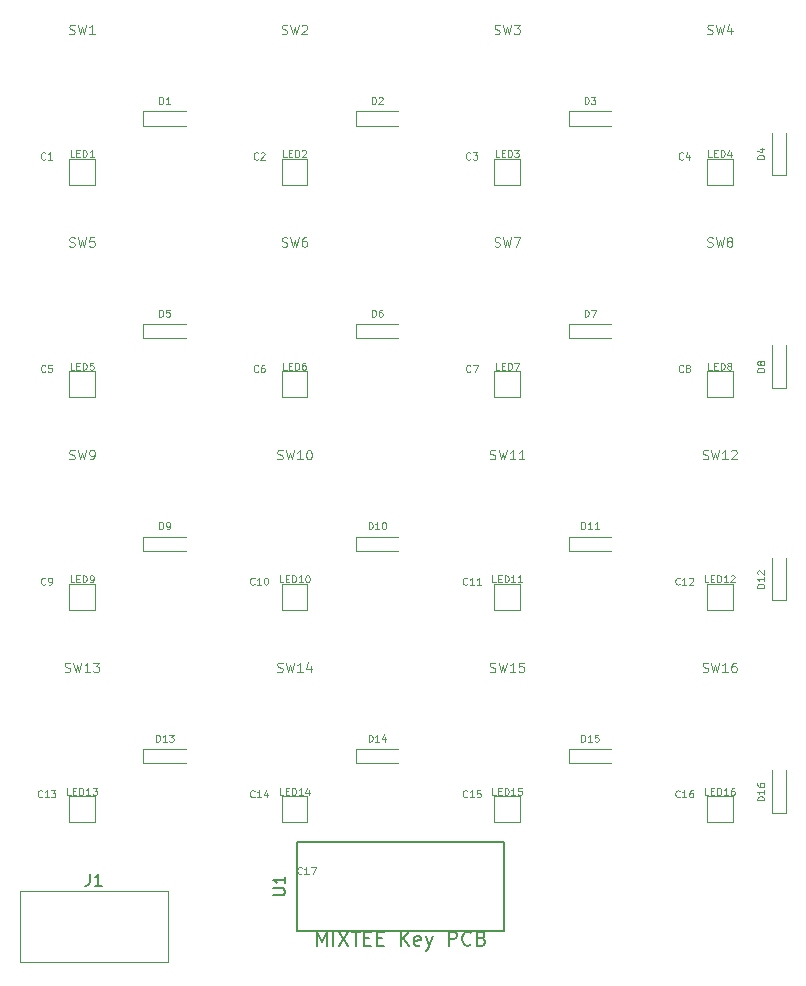
<source format=gto>
%TF.GenerationSoftware,KiCad,Pcbnew,9.0.7*%
%TF.CreationDate,2026-03-02T03:21:02+09:00*%
%TF.ProjectId,mixtee-key-pcb,6d697874-6565-42d6-9b65-792d7063622e,rev?*%
%TF.SameCoordinates,Original*%
%TF.FileFunction,Legend,Top*%
%TF.FilePolarity,Positive*%
%FSLAX46Y46*%
G04 Gerber Fmt 4.6, Leading zero omitted, Abs format (unit mm)*
G04 Created by KiCad (PCBNEW 9.0.7) date 2026-03-02 03:21:02*
%MOMM*%
%LPD*%
G01*
G04 APERTURE LIST*
%ADD10C,0.150000*%
%ADD11C,0.100000*%
%ADD12C,0.120000*%
G04 APERTURE END LIST*
D10*
X28914285Y-78047342D02*
X28914285Y-76847342D01*
X28914285Y-76847342D02*
X29314285Y-77704485D01*
X29314285Y-77704485D02*
X29714285Y-76847342D01*
X29714285Y-76847342D02*
X29714285Y-78047342D01*
X30285714Y-78047342D02*
X30285714Y-76847342D01*
X30742857Y-76847342D02*
X31542857Y-78047342D01*
X31542857Y-76847342D02*
X30742857Y-78047342D01*
X31828571Y-76847342D02*
X32514286Y-76847342D01*
X32171428Y-78047342D02*
X32171428Y-76847342D01*
X32914286Y-77418771D02*
X33314286Y-77418771D01*
X33485714Y-78047342D02*
X32914286Y-78047342D01*
X32914286Y-78047342D02*
X32914286Y-76847342D01*
X32914286Y-76847342D02*
X33485714Y-76847342D01*
X34000000Y-77418771D02*
X34400000Y-77418771D01*
X34571428Y-78047342D02*
X34000000Y-78047342D01*
X34000000Y-78047342D02*
X34000000Y-76847342D01*
X34000000Y-76847342D02*
X34571428Y-76847342D01*
X36000000Y-78047342D02*
X36000000Y-76847342D01*
X36685714Y-78047342D02*
X36171428Y-77361628D01*
X36685714Y-76847342D02*
X36000000Y-77533057D01*
X37657143Y-77990200D02*
X37542857Y-78047342D01*
X37542857Y-78047342D02*
X37314286Y-78047342D01*
X37314286Y-78047342D02*
X37200000Y-77990200D01*
X37200000Y-77990200D02*
X37142857Y-77875914D01*
X37142857Y-77875914D02*
X37142857Y-77418771D01*
X37142857Y-77418771D02*
X37200000Y-77304485D01*
X37200000Y-77304485D02*
X37314286Y-77247342D01*
X37314286Y-77247342D02*
X37542857Y-77247342D01*
X37542857Y-77247342D02*
X37657143Y-77304485D01*
X37657143Y-77304485D02*
X37714286Y-77418771D01*
X37714286Y-77418771D02*
X37714286Y-77533057D01*
X37714286Y-77533057D02*
X37142857Y-77647342D01*
X38114285Y-77247342D02*
X38399999Y-78047342D01*
X38685714Y-77247342D02*
X38399999Y-78047342D01*
X38399999Y-78047342D02*
X38285714Y-78333057D01*
X38285714Y-78333057D02*
X38228571Y-78390200D01*
X38228571Y-78390200D02*
X38114285Y-78447342D01*
X40057143Y-78047342D02*
X40057143Y-76847342D01*
X40057143Y-76847342D02*
X40514286Y-76847342D01*
X40514286Y-76847342D02*
X40628571Y-76904485D01*
X40628571Y-76904485D02*
X40685714Y-76961628D01*
X40685714Y-76961628D02*
X40742857Y-77075914D01*
X40742857Y-77075914D02*
X40742857Y-77247342D01*
X40742857Y-77247342D02*
X40685714Y-77361628D01*
X40685714Y-77361628D02*
X40628571Y-77418771D01*
X40628571Y-77418771D02*
X40514286Y-77475914D01*
X40514286Y-77475914D02*
X40057143Y-77475914D01*
X41942857Y-77933057D02*
X41885714Y-77990200D01*
X41885714Y-77990200D02*
X41714286Y-78047342D01*
X41714286Y-78047342D02*
X41600000Y-78047342D01*
X41600000Y-78047342D02*
X41428571Y-77990200D01*
X41428571Y-77990200D02*
X41314286Y-77875914D01*
X41314286Y-77875914D02*
X41257143Y-77761628D01*
X41257143Y-77761628D02*
X41200000Y-77533057D01*
X41200000Y-77533057D02*
X41200000Y-77361628D01*
X41200000Y-77361628D02*
X41257143Y-77133057D01*
X41257143Y-77133057D02*
X41314286Y-77018771D01*
X41314286Y-77018771D02*
X41428571Y-76904485D01*
X41428571Y-76904485D02*
X41600000Y-76847342D01*
X41600000Y-76847342D02*
X41714286Y-76847342D01*
X41714286Y-76847342D02*
X41885714Y-76904485D01*
X41885714Y-76904485D02*
X41942857Y-76961628D01*
X42857143Y-77418771D02*
X43028571Y-77475914D01*
X43028571Y-77475914D02*
X43085714Y-77533057D01*
X43085714Y-77533057D02*
X43142857Y-77647342D01*
X43142857Y-77647342D02*
X43142857Y-77818771D01*
X43142857Y-77818771D02*
X43085714Y-77933057D01*
X43085714Y-77933057D02*
X43028571Y-77990200D01*
X43028571Y-77990200D02*
X42914286Y-78047342D01*
X42914286Y-78047342D02*
X42457143Y-78047342D01*
X42457143Y-78047342D02*
X42457143Y-76847342D01*
X42457143Y-76847342D02*
X42857143Y-76847342D01*
X42857143Y-76847342D02*
X42971429Y-76904485D01*
X42971429Y-76904485D02*
X43028571Y-76961628D01*
X43028571Y-76961628D02*
X43085714Y-77075914D01*
X43085714Y-77075914D02*
X43085714Y-77190200D01*
X43085714Y-77190200D02*
X43028571Y-77304485D01*
X43028571Y-77304485D02*
X42971429Y-77361628D01*
X42971429Y-77361628D02*
X42857143Y-77418771D01*
X42857143Y-77418771D02*
X42457143Y-77418771D01*
X25199819Y-73761904D02*
X26009342Y-73761904D01*
X26009342Y-73761904D02*
X26104580Y-73714285D01*
X26104580Y-73714285D02*
X26152200Y-73666666D01*
X26152200Y-73666666D02*
X26199819Y-73571428D01*
X26199819Y-73571428D02*
X26199819Y-73380952D01*
X26199819Y-73380952D02*
X26152200Y-73285714D01*
X26152200Y-73285714D02*
X26104580Y-73238095D01*
X26104580Y-73238095D02*
X26009342Y-73190476D01*
X26009342Y-73190476D02*
X25199819Y-73190476D01*
X26199819Y-72190476D02*
X26199819Y-72761904D01*
X26199819Y-72476190D02*
X25199819Y-72476190D01*
X25199819Y-72476190D02*
X25342676Y-72571428D01*
X25342676Y-72571428D02*
X25437914Y-72666666D01*
X25437914Y-72666666D02*
X25485533Y-72761904D01*
D11*
X26042857Y-65272371D02*
X25757143Y-65272371D01*
X25757143Y-65272371D02*
X25757143Y-64672371D01*
X26242857Y-64958085D02*
X26442857Y-64958085D01*
X26528571Y-65272371D02*
X26242857Y-65272371D01*
X26242857Y-65272371D02*
X26242857Y-64672371D01*
X26242857Y-64672371D02*
X26528571Y-64672371D01*
X26785714Y-65272371D02*
X26785714Y-64672371D01*
X26785714Y-64672371D02*
X26928571Y-64672371D01*
X26928571Y-64672371D02*
X27014285Y-64700942D01*
X27014285Y-64700942D02*
X27071428Y-64758085D01*
X27071428Y-64758085D02*
X27099999Y-64815228D01*
X27099999Y-64815228D02*
X27128571Y-64929514D01*
X27128571Y-64929514D02*
X27128571Y-65015228D01*
X27128571Y-65015228D02*
X27099999Y-65129514D01*
X27099999Y-65129514D02*
X27071428Y-65186657D01*
X27071428Y-65186657D02*
X27014285Y-65243800D01*
X27014285Y-65243800D02*
X26928571Y-65272371D01*
X26928571Y-65272371D02*
X26785714Y-65272371D01*
X27699999Y-65272371D02*
X27357142Y-65272371D01*
X27528571Y-65272371D02*
X27528571Y-64672371D01*
X27528571Y-64672371D02*
X27471428Y-64758085D01*
X27471428Y-64758085D02*
X27414285Y-64815228D01*
X27414285Y-64815228D02*
X27357142Y-64843800D01*
X28214286Y-64872371D02*
X28214286Y-65272371D01*
X28071428Y-64643800D02*
X27928571Y-65072371D01*
X27928571Y-65072371D02*
X28300000Y-65072371D01*
X8042857Y-65272371D02*
X7757143Y-65272371D01*
X7757143Y-65272371D02*
X7757143Y-64672371D01*
X8242857Y-64958085D02*
X8442857Y-64958085D01*
X8528571Y-65272371D02*
X8242857Y-65272371D01*
X8242857Y-65272371D02*
X8242857Y-64672371D01*
X8242857Y-64672371D02*
X8528571Y-64672371D01*
X8785714Y-65272371D02*
X8785714Y-64672371D01*
X8785714Y-64672371D02*
X8928571Y-64672371D01*
X8928571Y-64672371D02*
X9014285Y-64700942D01*
X9014285Y-64700942D02*
X9071428Y-64758085D01*
X9071428Y-64758085D02*
X9099999Y-64815228D01*
X9099999Y-64815228D02*
X9128571Y-64929514D01*
X9128571Y-64929514D02*
X9128571Y-65015228D01*
X9128571Y-65015228D02*
X9099999Y-65129514D01*
X9099999Y-65129514D02*
X9071428Y-65186657D01*
X9071428Y-65186657D02*
X9014285Y-65243800D01*
X9014285Y-65243800D02*
X8928571Y-65272371D01*
X8928571Y-65272371D02*
X8785714Y-65272371D01*
X9699999Y-65272371D02*
X9357142Y-65272371D01*
X9528571Y-65272371D02*
X9528571Y-64672371D01*
X9528571Y-64672371D02*
X9471428Y-64758085D01*
X9471428Y-64758085D02*
X9414285Y-64815228D01*
X9414285Y-64815228D02*
X9357142Y-64843800D01*
X9900000Y-64672371D02*
X10271428Y-64672371D01*
X10271428Y-64672371D02*
X10071428Y-64900942D01*
X10071428Y-64900942D02*
X10157143Y-64900942D01*
X10157143Y-64900942D02*
X10214286Y-64929514D01*
X10214286Y-64929514D02*
X10242857Y-64958085D01*
X10242857Y-64958085D02*
X10271428Y-65015228D01*
X10271428Y-65015228D02*
X10271428Y-65158085D01*
X10271428Y-65158085D02*
X10242857Y-65215228D01*
X10242857Y-65215228D02*
X10214286Y-65243800D01*
X10214286Y-65243800D02*
X10157143Y-65272371D01*
X10157143Y-65272371D02*
X9985714Y-65272371D01*
X9985714Y-65272371D02*
X9928571Y-65243800D01*
X9928571Y-65243800D02*
X9900000Y-65215228D01*
X23900000Y-11415228D02*
X23871428Y-11443800D01*
X23871428Y-11443800D02*
X23785714Y-11472371D01*
X23785714Y-11472371D02*
X23728571Y-11472371D01*
X23728571Y-11472371D02*
X23642857Y-11443800D01*
X23642857Y-11443800D02*
X23585714Y-11386657D01*
X23585714Y-11386657D02*
X23557143Y-11329514D01*
X23557143Y-11329514D02*
X23528571Y-11215228D01*
X23528571Y-11215228D02*
X23528571Y-11129514D01*
X23528571Y-11129514D02*
X23557143Y-11015228D01*
X23557143Y-11015228D02*
X23585714Y-10958085D01*
X23585714Y-10958085D02*
X23642857Y-10900942D01*
X23642857Y-10900942D02*
X23728571Y-10872371D01*
X23728571Y-10872371D02*
X23785714Y-10872371D01*
X23785714Y-10872371D02*
X23871428Y-10900942D01*
X23871428Y-10900942D02*
X23900000Y-10929514D01*
X24128571Y-10929514D02*
X24157143Y-10900942D01*
X24157143Y-10900942D02*
X24214286Y-10872371D01*
X24214286Y-10872371D02*
X24357143Y-10872371D01*
X24357143Y-10872371D02*
X24414286Y-10900942D01*
X24414286Y-10900942D02*
X24442857Y-10929514D01*
X24442857Y-10929514D02*
X24471428Y-10986657D01*
X24471428Y-10986657D02*
X24471428Y-11043800D01*
X24471428Y-11043800D02*
X24442857Y-11129514D01*
X24442857Y-11129514D02*
X24100000Y-11472371D01*
X24100000Y-11472371D02*
X24471428Y-11472371D01*
X15557143Y-42772371D02*
X15557143Y-42172371D01*
X15557143Y-42172371D02*
X15700000Y-42172371D01*
X15700000Y-42172371D02*
X15785714Y-42200942D01*
X15785714Y-42200942D02*
X15842857Y-42258085D01*
X15842857Y-42258085D02*
X15871428Y-42315228D01*
X15871428Y-42315228D02*
X15900000Y-42429514D01*
X15900000Y-42429514D02*
X15900000Y-42515228D01*
X15900000Y-42515228D02*
X15871428Y-42629514D01*
X15871428Y-42629514D02*
X15842857Y-42686657D01*
X15842857Y-42686657D02*
X15785714Y-42743800D01*
X15785714Y-42743800D02*
X15700000Y-42772371D01*
X15700000Y-42772371D02*
X15557143Y-42772371D01*
X16185714Y-42772371D02*
X16300000Y-42772371D01*
X16300000Y-42772371D02*
X16357143Y-42743800D01*
X16357143Y-42743800D02*
X16385714Y-42715228D01*
X16385714Y-42715228D02*
X16442857Y-42629514D01*
X16442857Y-42629514D02*
X16471428Y-42515228D01*
X16471428Y-42515228D02*
X16471428Y-42286657D01*
X16471428Y-42286657D02*
X16442857Y-42229514D01*
X16442857Y-42229514D02*
X16414286Y-42200942D01*
X16414286Y-42200942D02*
X16357143Y-42172371D01*
X16357143Y-42172371D02*
X16242857Y-42172371D01*
X16242857Y-42172371D02*
X16185714Y-42200942D01*
X16185714Y-42200942D02*
X16157143Y-42229514D01*
X16157143Y-42229514D02*
X16128571Y-42286657D01*
X16128571Y-42286657D02*
X16128571Y-42429514D01*
X16128571Y-42429514D02*
X16157143Y-42486657D01*
X16157143Y-42486657D02*
X16185714Y-42515228D01*
X16185714Y-42515228D02*
X16242857Y-42543800D01*
X16242857Y-42543800D02*
X16357143Y-42543800D01*
X16357143Y-42543800D02*
X16414286Y-42515228D01*
X16414286Y-42515228D02*
X16442857Y-42486657D01*
X16442857Y-42486657D02*
X16471428Y-42429514D01*
X15557143Y-24772371D02*
X15557143Y-24172371D01*
X15557143Y-24172371D02*
X15700000Y-24172371D01*
X15700000Y-24172371D02*
X15785714Y-24200942D01*
X15785714Y-24200942D02*
X15842857Y-24258085D01*
X15842857Y-24258085D02*
X15871428Y-24315228D01*
X15871428Y-24315228D02*
X15900000Y-24429514D01*
X15900000Y-24429514D02*
X15900000Y-24515228D01*
X15900000Y-24515228D02*
X15871428Y-24629514D01*
X15871428Y-24629514D02*
X15842857Y-24686657D01*
X15842857Y-24686657D02*
X15785714Y-24743800D01*
X15785714Y-24743800D02*
X15700000Y-24772371D01*
X15700000Y-24772371D02*
X15557143Y-24772371D01*
X16442857Y-24172371D02*
X16157143Y-24172371D01*
X16157143Y-24172371D02*
X16128571Y-24458085D01*
X16128571Y-24458085D02*
X16157143Y-24429514D01*
X16157143Y-24429514D02*
X16214286Y-24400942D01*
X16214286Y-24400942D02*
X16357143Y-24400942D01*
X16357143Y-24400942D02*
X16414286Y-24429514D01*
X16414286Y-24429514D02*
X16442857Y-24458085D01*
X16442857Y-24458085D02*
X16471428Y-24515228D01*
X16471428Y-24515228D02*
X16471428Y-24658085D01*
X16471428Y-24658085D02*
X16442857Y-24715228D01*
X16442857Y-24715228D02*
X16414286Y-24743800D01*
X16414286Y-24743800D02*
X16357143Y-24772371D01*
X16357143Y-24772371D02*
X16214286Y-24772371D01*
X16214286Y-24772371D02*
X16157143Y-24743800D01*
X16157143Y-24743800D02*
X16128571Y-24715228D01*
D12*
X43933332Y-18825760D02*
X44047618Y-18863855D01*
X44047618Y-18863855D02*
X44238094Y-18863855D01*
X44238094Y-18863855D02*
X44314285Y-18825760D01*
X44314285Y-18825760D02*
X44352380Y-18787664D01*
X44352380Y-18787664D02*
X44390475Y-18711474D01*
X44390475Y-18711474D02*
X44390475Y-18635283D01*
X44390475Y-18635283D02*
X44352380Y-18559093D01*
X44352380Y-18559093D02*
X44314285Y-18520998D01*
X44314285Y-18520998D02*
X44238094Y-18482902D01*
X44238094Y-18482902D02*
X44085713Y-18444807D01*
X44085713Y-18444807D02*
X44009523Y-18406712D01*
X44009523Y-18406712D02*
X43971428Y-18368617D01*
X43971428Y-18368617D02*
X43933332Y-18292426D01*
X43933332Y-18292426D02*
X43933332Y-18216236D01*
X43933332Y-18216236D02*
X43971428Y-18140045D01*
X43971428Y-18140045D02*
X44009523Y-18101950D01*
X44009523Y-18101950D02*
X44085713Y-18063855D01*
X44085713Y-18063855D02*
X44276190Y-18063855D01*
X44276190Y-18063855D02*
X44390475Y-18101950D01*
X44657142Y-18063855D02*
X44847618Y-18863855D01*
X44847618Y-18863855D02*
X44999999Y-18292426D01*
X44999999Y-18292426D02*
X45152380Y-18863855D01*
X45152380Y-18863855D02*
X45342857Y-18063855D01*
X45571428Y-18063855D02*
X46104762Y-18063855D01*
X46104762Y-18063855D02*
X45761904Y-18863855D01*
D11*
X8328571Y-11272371D02*
X8042857Y-11272371D01*
X8042857Y-11272371D02*
X8042857Y-10672371D01*
X8528571Y-10958085D02*
X8728571Y-10958085D01*
X8814285Y-11272371D02*
X8528571Y-11272371D01*
X8528571Y-11272371D02*
X8528571Y-10672371D01*
X8528571Y-10672371D02*
X8814285Y-10672371D01*
X9071428Y-11272371D02*
X9071428Y-10672371D01*
X9071428Y-10672371D02*
X9214285Y-10672371D01*
X9214285Y-10672371D02*
X9299999Y-10700942D01*
X9299999Y-10700942D02*
X9357142Y-10758085D01*
X9357142Y-10758085D02*
X9385713Y-10815228D01*
X9385713Y-10815228D02*
X9414285Y-10929514D01*
X9414285Y-10929514D02*
X9414285Y-11015228D01*
X9414285Y-11015228D02*
X9385713Y-11129514D01*
X9385713Y-11129514D02*
X9357142Y-11186657D01*
X9357142Y-11186657D02*
X9299999Y-11243800D01*
X9299999Y-11243800D02*
X9214285Y-11272371D01*
X9214285Y-11272371D02*
X9071428Y-11272371D01*
X9985713Y-11272371D02*
X9642856Y-11272371D01*
X9814285Y-11272371D02*
X9814285Y-10672371D01*
X9814285Y-10672371D02*
X9757142Y-10758085D01*
X9757142Y-10758085D02*
X9699999Y-10815228D01*
X9699999Y-10815228D02*
X9642856Y-10843800D01*
X66772371Y-65728571D02*
X66172371Y-65728571D01*
X66172371Y-65728571D02*
X66172371Y-65585714D01*
X66172371Y-65585714D02*
X66200942Y-65500000D01*
X66200942Y-65500000D02*
X66258085Y-65442857D01*
X66258085Y-65442857D02*
X66315228Y-65414286D01*
X66315228Y-65414286D02*
X66429514Y-65385714D01*
X66429514Y-65385714D02*
X66515228Y-65385714D01*
X66515228Y-65385714D02*
X66629514Y-65414286D01*
X66629514Y-65414286D02*
X66686657Y-65442857D01*
X66686657Y-65442857D02*
X66743800Y-65500000D01*
X66743800Y-65500000D02*
X66772371Y-65585714D01*
X66772371Y-65585714D02*
X66772371Y-65728571D01*
X66772371Y-64814286D02*
X66772371Y-65157143D01*
X66772371Y-64985714D02*
X66172371Y-64985714D01*
X66172371Y-64985714D02*
X66258085Y-65042857D01*
X66258085Y-65042857D02*
X66315228Y-65100000D01*
X66315228Y-65100000D02*
X66343800Y-65157143D01*
X66172371Y-64300000D02*
X66172371Y-64414285D01*
X66172371Y-64414285D02*
X66200942Y-64471428D01*
X66200942Y-64471428D02*
X66229514Y-64500000D01*
X66229514Y-64500000D02*
X66315228Y-64557142D01*
X66315228Y-64557142D02*
X66429514Y-64585714D01*
X66429514Y-64585714D02*
X66658085Y-64585714D01*
X66658085Y-64585714D02*
X66715228Y-64557142D01*
X66715228Y-64557142D02*
X66743800Y-64528571D01*
X66743800Y-64528571D02*
X66772371Y-64471428D01*
X66772371Y-64471428D02*
X66772371Y-64357142D01*
X66772371Y-64357142D02*
X66743800Y-64300000D01*
X66743800Y-64300000D02*
X66715228Y-64271428D01*
X66715228Y-64271428D02*
X66658085Y-64242857D01*
X66658085Y-64242857D02*
X66515228Y-64242857D01*
X66515228Y-64242857D02*
X66458085Y-64271428D01*
X66458085Y-64271428D02*
X66429514Y-64300000D01*
X66429514Y-64300000D02*
X66400942Y-64357142D01*
X66400942Y-64357142D02*
X66400942Y-64471428D01*
X66400942Y-64471428D02*
X66429514Y-64528571D01*
X66429514Y-64528571D02*
X66458085Y-64557142D01*
X66458085Y-64557142D02*
X66515228Y-64585714D01*
D12*
X7552380Y-54825760D02*
X7666666Y-54863855D01*
X7666666Y-54863855D02*
X7857142Y-54863855D01*
X7857142Y-54863855D02*
X7933333Y-54825760D01*
X7933333Y-54825760D02*
X7971428Y-54787664D01*
X7971428Y-54787664D02*
X8009523Y-54711474D01*
X8009523Y-54711474D02*
X8009523Y-54635283D01*
X8009523Y-54635283D02*
X7971428Y-54559093D01*
X7971428Y-54559093D02*
X7933333Y-54520998D01*
X7933333Y-54520998D02*
X7857142Y-54482902D01*
X7857142Y-54482902D02*
X7704761Y-54444807D01*
X7704761Y-54444807D02*
X7628571Y-54406712D01*
X7628571Y-54406712D02*
X7590476Y-54368617D01*
X7590476Y-54368617D02*
X7552380Y-54292426D01*
X7552380Y-54292426D02*
X7552380Y-54216236D01*
X7552380Y-54216236D02*
X7590476Y-54140045D01*
X7590476Y-54140045D02*
X7628571Y-54101950D01*
X7628571Y-54101950D02*
X7704761Y-54063855D01*
X7704761Y-54063855D02*
X7895238Y-54063855D01*
X7895238Y-54063855D02*
X8009523Y-54101950D01*
X8276190Y-54063855D02*
X8466666Y-54863855D01*
X8466666Y-54863855D02*
X8619047Y-54292426D01*
X8619047Y-54292426D02*
X8771428Y-54863855D01*
X8771428Y-54863855D02*
X8961905Y-54063855D01*
X9685714Y-54863855D02*
X9228571Y-54863855D01*
X9457143Y-54863855D02*
X9457143Y-54063855D01*
X9457143Y-54063855D02*
X9380952Y-54178140D01*
X9380952Y-54178140D02*
X9304762Y-54254331D01*
X9304762Y-54254331D02*
X9228571Y-54292426D01*
X9952381Y-54063855D02*
X10447619Y-54063855D01*
X10447619Y-54063855D02*
X10180953Y-54368617D01*
X10180953Y-54368617D02*
X10295238Y-54368617D01*
X10295238Y-54368617D02*
X10371429Y-54406712D01*
X10371429Y-54406712D02*
X10409524Y-54444807D01*
X10409524Y-54444807D02*
X10447619Y-54520998D01*
X10447619Y-54520998D02*
X10447619Y-54711474D01*
X10447619Y-54711474D02*
X10409524Y-54787664D01*
X10409524Y-54787664D02*
X10371429Y-54825760D01*
X10371429Y-54825760D02*
X10295238Y-54863855D01*
X10295238Y-54863855D02*
X10066667Y-54863855D01*
X10066667Y-54863855D02*
X9990476Y-54825760D01*
X9990476Y-54825760D02*
X9952381Y-54787664D01*
X61552380Y-54825760D02*
X61666666Y-54863855D01*
X61666666Y-54863855D02*
X61857142Y-54863855D01*
X61857142Y-54863855D02*
X61933333Y-54825760D01*
X61933333Y-54825760D02*
X61971428Y-54787664D01*
X61971428Y-54787664D02*
X62009523Y-54711474D01*
X62009523Y-54711474D02*
X62009523Y-54635283D01*
X62009523Y-54635283D02*
X61971428Y-54559093D01*
X61971428Y-54559093D02*
X61933333Y-54520998D01*
X61933333Y-54520998D02*
X61857142Y-54482902D01*
X61857142Y-54482902D02*
X61704761Y-54444807D01*
X61704761Y-54444807D02*
X61628571Y-54406712D01*
X61628571Y-54406712D02*
X61590476Y-54368617D01*
X61590476Y-54368617D02*
X61552380Y-54292426D01*
X61552380Y-54292426D02*
X61552380Y-54216236D01*
X61552380Y-54216236D02*
X61590476Y-54140045D01*
X61590476Y-54140045D02*
X61628571Y-54101950D01*
X61628571Y-54101950D02*
X61704761Y-54063855D01*
X61704761Y-54063855D02*
X61895238Y-54063855D01*
X61895238Y-54063855D02*
X62009523Y-54101950D01*
X62276190Y-54063855D02*
X62466666Y-54863855D01*
X62466666Y-54863855D02*
X62619047Y-54292426D01*
X62619047Y-54292426D02*
X62771428Y-54863855D01*
X62771428Y-54863855D02*
X62961905Y-54063855D01*
X63685714Y-54863855D02*
X63228571Y-54863855D01*
X63457143Y-54863855D02*
X63457143Y-54063855D01*
X63457143Y-54063855D02*
X63380952Y-54178140D01*
X63380952Y-54178140D02*
X63304762Y-54254331D01*
X63304762Y-54254331D02*
X63228571Y-54292426D01*
X64371429Y-54063855D02*
X64219048Y-54063855D01*
X64219048Y-54063855D02*
X64142857Y-54101950D01*
X64142857Y-54101950D02*
X64104762Y-54140045D01*
X64104762Y-54140045D02*
X64028572Y-54254331D01*
X64028572Y-54254331D02*
X63990476Y-54406712D01*
X63990476Y-54406712D02*
X63990476Y-54711474D01*
X63990476Y-54711474D02*
X64028572Y-54787664D01*
X64028572Y-54787664D02*
X64066667Y-54825760D01*
X64066667Y-54825760D02*
X64142857Y-54863855D01*
X64142857Y-54863855D02*
X64295238Y-54863855D01*
X64295238Y-54863855D02*
X64371429Y-54825760D01*
X64371429Y-54825760D02*
X64409524Y-54787664D01*
X64409524Y-54787664D02*
X64447619Y-54711474D01*
X64447619Y-54711474D02*
X64447619Y-54520998D01*
X64447619Y-54520998D02*
X64409524Y-54444807D01*
X64409524Y-54444807D02*
X64371429Y-54406712D01*
X64371429Y-54406712D02*
X64295238Y-54368617D01*
X64295238Y-54368617D02*
X64142857Y-54368617D01*
X64142857Y-54368617D02*
X64066667Y-54406712D01*
X64066667Y-54406712D02*
X64028572Y-54444807D01*
X64028572Y-54444807D02*
X63990476Y-54520998D01*
X7933332Y-825760D02*
X8047618Y-863855D01*
X8047618Y-863855D02*
X8238094Y-863855D01*
X8238094Y-863855D02*
X8314285Y-825760D01*
X8314285Y-825760D02*
X8352380Y-787664D01*
X8352380Y-787664D02*
X8390475Y-711474D01*
X8390475Y-711474D02*
X8390475Y-635283D01*
X8390475Y-635283D02*
X8352380Y-559093D01*
X8352380Y-559093D02*
X8314285Y-520998D01*
X8314285Y-520998D02*
X8238094Y-482902D01*
X8238094Y-482902D02*
X8085713Y-444807D01*
X8085713Y-444807D02*
X8009523Y-406712D01*
X8009523Y-406712D02*
X7971428Y-368617D01*
X7971428Y-368617D02*
X7933332Y-292426D01*
X7933332Y-292426D02*
X7933332Y-216236D01*
X7933332Y-216236D02*
X7971428Y-140045D01*
X7971428Y-140045D02*
X8009523Y-101950D01*
X8009523Y-101950D02*
X8085713Y-63855D01*
X8085713Y-63855D02*
X8276190Y-63855D01*
X8276190Y-63855D02*
X8390475Y-101950D01*
X8657142Y-63855D02*
X8847618Y-863855D01*
X8847618Y-863855D02*
X8999999Y-292426D01*
X8999999Y-292426D02*
X9152380Y-863855D01*
X9152380Y-863855D02*
X9342857Y-63855D01*
X10066666Y-863855D02*
X9609523Y-863855D01*
X9838095Y-863855D02*
X9838095Y-63855D01*
X9838095Y-63855D02*
X9761904Y-178140D01*
X9761904Y-178140D02*
X9685714Y-254331D01*
X9685714Y-254331D02*
X9609523Y-292426D01*
D11*
X8328571Y-47272371D02*
X8042857Y-47272371D01*
X8042857Y-47272371D02*
X8042857Y-46672371D01*
X8528571Y-46958085D02*
X8728571Y-46958085D01*
X8814285Y-47272371D02*
X8528571Y-47272371D01*
X8528571Y-47272371D02*
X8528571Y-46672371D01*
X8528571Y-46672371D02*
X8814285Y-46672371D01*
X9071428Y-47272371D02*
X9071428Y-46672371D01*
X9071428Y-46672371D02*
X9214285Y-46672371D01*
X9214285Y-46672371D02*
X9299999Y-46700942D01*
X9299999Y-46700942D02*
X9357142Y-46758085D01*
X9357142Y-46758085D02*
X9385713Y-46815228D01*
X9385713Y-46815228D02*
X9414285Y-46929514D01*
X9414285Y-46929514D02*
X9414285Y-47015228D01*
X9414285Y-47015228D02*
X9385713Y-47129514D01*
X9385713Y-47129514D02*
X9357142Y-47186657D01*
X9357142Y-47186657D02*
X9299999Y-47243800D01*
X9299999Y-47243800D02*
X9214285Y-47272371D01*
X9214285Y-47272371D02*
X9071428Y-47272371D01*
X9699999Y-47272371D02*
X9814285Y-47272371D01*
X9814285Y-47272371D02*
X9871428Y-47243800D01*
X9871428Y-47243800D02*
X9899999Y-47215228D01*
X9899999Y-47215228D02*
X9957142Y-47129514D01*
X9957142Y-47129514D02*
X9985713Y-47015228D01*
X9985713Y-47015228D02*
X9985713Y-46786657D01*
X9985713Y-46786657D02*
X9957142Y-46729514D01*
X9957142Y-46729514D02*
X9928571Y-46700942D01*
X9928571Y-46700942D02*
X9871428Y-46672371D01*
X9871428Y-46672371D02*
X9757142Y-46672371D01*
X9757142Y-46672371D02*
X9699999Y-46700942D01*
X9699999Y-46700942D02*
X9671428Y-46729514D01*
X9671428Y-46729514D02*
X9642856Y-46786657D01*
X9642856Y-46786657D02*
X9642856Y-46929514D01*
X9642856Y-46929514D02*
X9671428Y-46986657D01*
X9671428Y-46986657D02*
X9699999Y-47015228D01*
X9699999Y-47015228D02*
X9757142Y-47043800D01*
X9757142Y-47043800D02*
X9871428Y-47043800D01*
X9871428Y-47043800D02*
X9928571Y-47015228D01*
X9928571Y-47015228D02*
X9957142Y-46986657D01*
X9957142Y-46986657D02*
X9985713Y-46929514D01*
X15557143Y-6772371D02*
X15557143Y-6172371D01*
X15557143Y-6172371D02*
X15700000Y-6172371D01*
X15700000Y-6172371D02*
X15785714Y-6200942D01*
X15785714Y-6200942D02*
X15842857Y-6258085D01*
X15842857Y-6258085D02*
X15871428Y-6315228D01*
X15871428Y-6315228D02*
X15900000Y-6429514D01*
X15900000Y-6429514D02*
X15900000Y-6515228D01*
X15900000Y-6515228D02*
X15871428Y-6629514D01*
X15871428Y-6629514D02*
X15842857Y-6686657D01*
X15842857Y-6686657D02*
X15785714Y-6743800D01*
X15785714Y-6743800D02*
X15700000Y-6772371D01*
X15700000Y-6772371D02*
X15557143Y-6772371D01*
X16471428Y-6772371D02*
X16128571Y-6772371D01*
X16300000Y-6772371D02*
X16300000Y-6172371D01*
X16300000Y-6172371D02*
X16242857Y-6258085D01*
X16242857Y-6258085D02*
X16185714Y-6315228D01*
X16185714Y-6315228D02*
X16128571Y-6343800D01*
X62042857Y-47272371D02*
X61757143Y-47272371D01*
X61757143Y-47272371D02*
X61757143Y-46672371D01*
X62242857Y-46958085D02*
X62442857Y-46958085D01*
X62528571Y-47272371D02*
X62242857Y-47272371D01*
X62242857Y-47272371D02*
X62242857Y-46672371D01*
X62242857Y-46672371D02*
X62528571Y-46672371D01*
X62785714Y-47272371D02*
X62785714Y-46672371D01*
X62785714Y-46672371D02*
X62928571Y-46672371D01*
X62928571Y-46672371D02*
X63014285Y-46700942D01*
X63014285Y-46700942D02*
X63071428Y-46758085D01*
X63071428Y-46758085D02*
X63099999Y-46815228D01*
X63099999Y-46815228D02*
X63128571Y-46929514D01*
X63128571Y-46929514D02*
X63128571Y-47015228D01*
X63128571Y-47015228D02*
X63099999Y-47129514D01*
X63099999Y-47129514D02*
X63071428Y-47186657D01*
X63071428Y-47186657D02*
X63014285Y-47243800D01*
X63014285Y-47243800D02*
X62928571Y-47272371D01*
X62928571Y-47272371D02*
X62785714Y-47272371D01*
X63699999Y-47272371D02*
X63357142Y-47272371D01*
X63528571Y-47272371D02*
X63528571Y-46672371D01*
X63528571Y-46672371D02*
X63471428Y-46758085D01*
X63471428Y-46758085D02*
X63414285Y-46815228D01*
X63414285Y-46815228D02*
X63357142Y-46843800D01*
X63928571Y-46729514D02*
X63957143Y-46700942D01*
X63957143Y-46700942D02*
X64014286Y-46672371D01*
X64014286Y-46672371D02*
X64157143Y-46672371D01*
X64157143Y-46672371D02*
X64214286Y-46700942D01*
X64214286Y-46700942D02*
X64242857Y-46729514D01*
X64242857Y-46729514D02*
X64271428Y-46786657D01*
X64271428Y-46786657D02*
X64271428Y-46843800D01*
X64271428Y-46843800D02*
X64242857Y-46929514D01*
X64242857Y-46929514D02*
X63900000Y-47272371D01*
X63900000Y-47272371D02*
X64271428Y-47272371D01*
X44328571Y-29272371D02*
X44042857Y-29272371D01*
X44042857Y-29272371D02*
X44042857Y-28672371D01*
X44528571Y-28958085D02*
X44728571Y-28958085D01*
X44814285Y-29272371D02*
X44528571Y-29272371D01*
X44528571Y-29272371D02*
X44528571Y-28672371D01*
X44528571Y-28672371D02*
X44814285Y-28672371D01*
X45071428Y-29272371D02*
X45071428Y-28672371D01*
X45071428Y-28672371D02*
X45214285Y-28672371D01*
X45214285Y-28672371D02*
X45299999Y-28700942D01*
X45299999Y-28700942D02*
X45357142Y-28758085D01*
X45357142Y-28758085D02*
X45385713Y-28815228D01*
X45385713Y-28815228D02*
X45414285Y-28929514D01*
X45414285Y-28929514D02*
X45414285Y-29015228D01*
X45414285Y-29015228D02*
X45385713Y-29129514D01*
X45385713Y-29129514D02*
X45357142Y-29186657D01*
X45357142Y-29186657D02*
X45299999Y-29243800D01*
X45299999Y-29243800D02*
X45214285Y-29272371D01*
X45214285Y-29272371D02*
X45071428Y-29272371D01*
X45614285Y-28672371D02*
X46014285Y-28672371D01*
X46014285Y-28672371D02*
X45757142Y-29272371D01*
X66772371Y-47728571D02*
X66172371Y-47728571D01*
X66172371Y-47728571D02*
X66172371Y-47585714D01*
X66172371Y-47585714D02*
X66200942Y-47500000D01*
X66200942Y-47500000D02*
X66258085Y-47442857D01*
X66258085Y-47442857D02*
X66315228Y-47414286D01*
X66315228Y-47414286D02*
X66429514Y-47385714D01*
X66429514Y-47385714D02*
X66515228Y-47385714D01*
X66515228Y-47385714D02*
X66629514Y-47414286D01*
X66629514Y-47414286D02*
X66686657Y-47442857D01*
X66686657Y-47442857D02*
X66743800Y-47500000D01*
X66743800Y-47500000D02*
X66772371Y-47585714D01*
X66772371Y-47585714D02*
X66772371Y-47728571D01*
X66772371Y-46814286D02*
X66772371Y-47157143D01*
X66772371Y-46985714D02*
X66172371Y-46985714D01*
X66172371Y-46985714D02*
X66258085Y-47042857D01*
X66258085Y-47042857D02*
X66315228Y-47100000D01*
X66315228Y-47100000D02*
X66343800Y-47157143D01*
X66229514Y-46585714D02*
X66200942Y-46557142D01*
X66200942Y-46557142D02*
X66172371Y-46500000D01*
X66172371Y-46500000D02*
X66172371Y-46357142D01*
X66172371Y-46357142D02*
X66200942Y-46300000D01*
X66200942Y-46300000D02*
X66229514Y-46271428D01*
X66229514Y-46271428D02*
X66286657Y-46242857D01*
X66286657Y-46242857D02*
X66343800Y-46242857D01*
X66343800Y-46242857D02*
X66429514Y-46271428D01*
X66429514Y-46271428D02*
X66772371Y-46614285D01*
X66772371Y-46614285D02*
X66772371Y-46242857D01*
X62042857Y-65272371D02*
X61757143Y-65272371D01*
X61757143Y-65272371D02*
X61757143Y-64672371D01*
X62242857Y-64958085D02*
X62442857Y-64958085D01*
X62528571Y-65272371D02*
X62242857Y-65272371D01*
X62242857Y-65272371D02*
X62242857Y-64672371D01*
X62242857Y-64672371D02*
X62528571Y-64672371D01*
X62785714Y-65272371D02*
X62785714Y-64672371D01*
X62785714Y-64672371D02*
X62928571Y-64672371D01*
X62928571Y-64672371D02*
X63014285Y-64700942D01*
X63014285Y-64700942D02*
X63071428Y-64758085D01*
X63071428Y-64758085D02*
X63099999Y-64815228D01*
X63099999Y-64815228D02*
X63128571Y-64929514D01*
X63128571Y-64929514D02*
X63128571Y-65015228D01*
X63128571Y-65015228D02*
X63099999Y-65129514D01*
X63099999Y-65129514D02*
X63071428Y-65186657D01*
X63071428Y-65186657D02*
X63014285Y-65243800D01*
X63014285Y-65243800D02*
X62928571Y-65272371D01*
X62928571Y-65272371D02*
X62785714Y-65272371D01*
X63699999Y-65272371D02*
X63357142Y-65272371D01*
X63528571Y-65272371D02*
X63528571Y-64672371D01*
X63528571Y-64672371D02*
X63471428Y-64758085D01*
X63471428Y-64758085D02*
X63414285Y-64815228D01*
X63414285Y-64815228D02*
X63357142Y-64843800D01*
X64214286Y-64672371D02*
X64100000Y-64672371D01*
X64100000Y-64672371D02*
X64042857Y-64700942D01*
X64042857Y-64700942D02*
X64014286Y-64729514D01*
X64014286Y-64729514D02*
X63957143Y-64815228D01*
X63957143Y-64815228D02*
X63928571Y-64929514D01*
X63928571Y-64929514D02*
X63928571Y-65158085D01*
X63928571Y-65158085D02*
X63957143Y-65215228D01*
X63957143Y-65215228D02*
X63985714Y-65243800D01*
X63985714Y-65243800D02*
X64042857Y-65272371D01*
X64042857Y-65272371D02*
X64157143Y-65272371D01*
X64157143Y-65272371D02*
X64214286Y-65243800D01*
X64214286Y-65243800D02*
X64242857Y-65215228D01*
X64242857Y-65215228D02*
X64271428Y-65158085D01*
X64271428Y-65158085D02*
X64271428Y-65015228D01*
X64271428Y-65015228D02*
X64242857Y-64958085D01*
X64242857Y-64958085D02*
X64214286Y-64929514D01*
X64214286Y-64929514D02*
X64157143Y-64900942D01*
X64157143Y-64900942D02*
X64042857Y-64900942D01*
X64042857Y-64900942D02*
X63985714Y-64929514D01*
X63985714Y-64929514D02*
X63957143Y-64958085D01*
X63957143Y-64958085D02*
X63928571Y-65015228D01*
D10*
X9666666Y-71954819D02*
X9666666Y-72669104D01*
X9666666Y-72669104D02*
X9619047Y-72811961D01*
X9619047Y-72811961D02*
X9523809Y-72907200D01*
X9523809Y-72907200D02*
X9380952Y-72954819D01*
X9380952Y-72954819D02*
X9285714Y-72954819D01*
X10666666Y-72954819D02*
X10095238Y-72954819D01*
X10380952Y-72954819D02*
X10380952Y-71954819D01*
X10380952Y-71954819D02*
X10285714Y-72097676D01*
X10285714Y-72097676D02*
X10190476Y-72192914D01*
X10190476Y-72192914D02*
X10095238Y-72240533D01*
D11*
X5614285Y-65415228D02*
X5585713Y-65443800D01*
X5585713Y-65443800D02*
X5499999Y-65472371D01*
X5499999Y-65472371D02*
X5442856Y-65472371D01*
X5442856Y-65472371D02*
X5357142Y-65443800D01*
X5357142Y-65443800D02*
X5299999Y-65386657D01*
X5299999Y-65386657D02*
X5271428Y-65329514D01*
X5271428Y-65329514D02*
X5242856Y-65215228D01*
X5242856Y-65215228D02*
X5242856Y-65129514D01*
X5242856Y-65129514D02*
X5271428Y-65015228D01*
X5271428Y-65015228D02*
X5299999Y-64958085D01*
X5299999Y-64958085D02*
X5357142Y-64900942D01*
X5357142Y-64900942D02*
X5442856Y-64872371D01*
X5442856Y-64872371D02*
X5499999Y-64872371D01*
X5499999Y-64872371D02*
X5585713Y-64900942D01*
X5585713Y-64900942D02*
X5614285Y-64929514D01*
X6185713Y-65472371D02*
X5842856Y-65472371D01*
X6014285Y-65472371D02*
X6014285Y-64872371D01*
X6014285Y-64872371D02*
X5957142Y-64958085D01*
X5957142Y-64958085D02*
X5899999Y-65015228D01*
X5899999Y-65015228D02*
X5842856Y-65043800D01*
X6385714Y-64872371D02*
X6757142Y-64872371D01*
X6757142Y-64872371D02*
X6557142Y-65100942D01*
X6557142Y-65100942D02*
X6642857Y-65100942D01*
X6642857Y-65100942D02*
X6700000Y-65129514D01*
X6700000Y-65129514D02*
X6728571Y-65158085D01*
X6728571Y-65158085D02*
X6757142Y-65215228D01*
X6757142Y-65215228D02*
X6757142Y-65358085D01*
X6757142Y-65358085D02*
X6728571Y-65415228D01*
X6728571Y-65415228D02*
X6700000Y-65443800D01*
X6700000Y-65443800D02*
X6642857Y-65472371D01*
X6642857Y-65472371D02*
X6471428Y-65472371D01*
X6471428Y-65472371D02*
X6414285Y-65443800D01*
X6414285Y-65443800D02*
X6385714Y-65415228D01*
D12*
X61933332Y-18825760D02*
X62047618Y-18863855D01*
X62047618Y-18863855D02*
X62238094Y-18863855D01*
X62238094Y-18863855D02*
X62314285Y-18825760D01*
X62314285Y-18825760D02*
X62352380Y-18787664D01*
X62352380Y-18787664D02*
X62390475Y-18711474D01*
X62390475Y-18711474D02*
X62390475Y-18635283D01*
X62390475Y-18635283D02*
X62352380Y-18559093D01*
X62352380Y-18559093D02*
X62314285Y-18520998D01*
X62314285Y-18520998D02*
X62238094Y-18482902D01*
X62238094Y-18482902D02*
X62085713Y-18444807D01*
X62085713Y-18444807D02*
X62009523Y-18406712D01*
X62009523Y-18406712D02*
X61971428Y-18368617D01*
X61971428Y-18368617D02*
X61933332Y-18292426D01*
X61933332Y-18292426D02*
X61933332Y-18216236D01*
X61933332Y-18216236D02*
X61971428Y-18140045D01*
X61971428Y-18140045D02*
X62009523Y-18101950D01*
X62009523Y-18101950D02*
X62085713Y-18063855D01*
X62085713Y-18063855D02*
X62276190Y-18063855D01*
X62276190Y-18063855D02*
X62390475Y-18101950D01*
X62657142Y-18063855D02*
X62847618Y-18863855D01*
X62847618Y-18863855D02*
X62999999Y-18292426D01*
X62999999Y-18292426D02*
X63152380Y-18863855D01*
X63152380Y-18863855D02*
X63342857Y-18063855D01*
X63761904Y-18406712D02*
X63685714Y-18368617D01*
X63685714Y-18368617D02*
X63647619Y-18330521D01*
X63647619Y-18330521D02*
X63609523Y-18254331D01*
X63609523Y-18254331D02*
X63609523Y-18216236D01*
X63609523Y-18216236D02*
X63647619Y-18140045D01*
X63647619Y-18140045D02*
X63685714Y-18101950D01*
X63685714Y-18101950D02*
X63761904Y-18063855D01*
X63761904Y-18063855D02*
X63914285Y-18063855D01*
X63914285Y-18063855D02*
X63990476Y-18101950D01*
X63990476Y-18101950D02*
X64028571Y-18140045D01*
X64028571Y-18140045D02*
X64066666Y-18216236D01*
X64066666Y-18216236D02*
X64066666Y-18254331D01*
X64066666Y-18254331D02*
X64028571Y-18330521D01*
X64028571Y-18330521D02*
X63990476Y-18368617D01*
X63990476Y-18368617D02*
X63914285Y-18406712D01*
X63914285Y-18406712D02*
X63761904Y-18406712D01*
X63761904Y-18406712D02*
X63685714Y-18444807D01*
X63685714Y-18444807D02*
X63647619Y-18482902D01*
X63647619Y-18482902D02*
X63609523Y-18559093D01*
X63609523Y-18559093D02*
X63609523Y-18711474D01*
X63609523Y-18711474D02*
X63647619Y-18787664D01*
X63647619Y-18787664D02*
X63685714Y-18825760D01*
X63685714Y-18825760D02*
X63761904Y-18863855D01*
X63761904Y-18863855D02*
X63914285Y-18863855D01*
X63914285Y-18863855D02*
X63990476Y-18825760D01*
X63990476Y-18825760D02*
X64028571Y-18787664D01*
X64028571Y-18787664D02*
X64066666Y-18711474D01*
X64066666Y-18711474D02*
X64066666Y-18559093D01*
X64066666Y-18559093D02*
X64028571Y-18482902D01*
X64028571Y-18482902D02*
X63990476Y-18444807D01*
X63990476Y-18444807D02*
X63914285Y-18406712D01*
D11*
X44042857Y-47272371D02*
X43757143Y-47272371D01*
X43757143Y-47272371D02*
X43757143Y-46672371D01*
X44242857Y-46958085D02*
X44442857Y-46958085D01*
X44528571Y-47272371D02*
X44242857Y-47272371D01*
X44242857Y-47272371D02*
X44242857Y-46672371D01*
X44242857Y-46672371D02*
X44528571Y-46672371D01*
X44785714Y-47272371D02*
X44785714Y-46672371D01*
X44785714Y-46672371D02*
X44928571Y-46672371D01*
X44928571Y-46672371D02*
X45014285Y-46700942D01*
X45014285Y-46700942D02*
X45071428Y-46758085D01*
X45071428Y-46758085D02*
X45099999Y-46815228D01*
X45099999Y-46815228D02*
X45128571Y-46929514D01*
X45128571Y-46929514D02*
X45128571Y-47015228D01*
X45128571Y-47015228D02*
X45099999Y-47129514D01*
X45099999Y-47129514D02*
X45071428Y-47186657D01*
X45071428Y-47186657D02*
X45014285Y-47243800D01*
X45014285Y-47243800D02*
X44928571Y-47272371D01*
X44928571Y-47272371D02*
X44785714Y-47272371D01*
X45699999Y-47272371D02*
X45357142Y-47272371D01*
X45528571Y-47272371D02*
X45528571Y-46672371D01*
X45528571Y-46672371D02*
X45471428Y-46758085D01*
X45471428Y-46758085D02*
X45414285Y-46815228D01*
X45414285Y-46815228D02*
X45357142Y-46843800D01*
X46271428Y-47272371D02*
X45928571Y-47272371D01*
X46100000Y-47272371D02*
X46100000Y-46672371D01*
X46100000Y-46672371D02*
X46042857Y-46758085D01*
X46042857Y-46758085D02*
X45985714Y-46815228D01*
X45985714Y-46815228D02*
X45928571Y-46843800D01*
X66772371Y-29442856D02*
X66172371Y-29442856D01*
X66172371Y-29442856D02*
X66172371Y-29299999D01*
X66172371Y-29299999D02*
X66200942Y-29214285D01*
X66200942Y-29214285D02*
X66258085Y-29157142D01*
X66258085Y-29157142D02*
X66315228Y-29128571D01*
X66315228Y-29128571D02*
X66429514Y-29099999D01*
X66429514Y-29099999D02*
X66515228Y-29099999D01*
X66515228Y-29099999D02*
X66629514Y-29128571D01*
X66629514Y-29128571D02*
X66686657Y-29157142D01*
X66686657Y-29157142D02*
X66743800Y-29214285D01*
X66743800Y-29214285D02*
X66772371Y-29299999D01*
X66772371Y-29299999D02*
X66772371Y-29442856D01*
X66429514Y-28757142D02*
X66400942Y-28814285D01*
X66400942Y-28814285D02*
X66372371Y-28842856D01*
X66372371Y-28842856D02*
X66315228Y-28871428D01*
X66315228Y-28871428D02*
X66286657Y-28871428D01*
X66286657Y-28871428D02*
X66229514Y-28842856D01*
X66229514Y-28842856D02*
X66200942Y-28814285D01*
X66200942Y-28814285D02*
X66172371Y-28757142D01*
X66172371Y-28757142D02*
X66172371Y-28642856D01*
X66172371Y-28642856D02*
X66200942Y-28585714D01*
X66200942Y-28585714D02*
X66229514Y-28557142D01*
X66229514Y-28557142D02*
X66286657Y-28528571D01*
X66286657Y-28528571D02*
X66315228Y-28528571D01*
X66315228Y-28528571D02*
X66372371Y-28557142D01*
X66372371Y-28557142D02*
X66400942Y-28585714D01*
X66400942Y-28585714D02*
X66429514Y-28642856D01*
X66429514Y-28642856D02*
X66429514Y-28757142D01*
X66429514Y-28757142D02*
X66458085Y-28814285D01*
X66458085Y-28814285D02*
X66486657Y-28842856D01*
X66486657Y-28842856D02*
X66543800Y-28871428D01*
X66543800Y-28871428D02*
X66658085Y-28871428D01*
X66658085Y-28871428D02*
X66715228Y-28842856D01*
X66715228Y-28842856D02*
X66743800Y-28814285D01*
X66743800Y-28814285D02*
X66772371Y-28757142D01*
X66772371Y-28757142D02*
X66772371Y-28642856D01*
X66772371Y-28642856D02*
X66743800Y-28585714D01*
X66743800Y-28585714D02*
X66715228Y-28557142D01*
X66715228Y-28557142D02*
X66658085Y-28528571D01*
X66658085Y-28528571D02*
X66543800Y-28528571D01*
X66543800Y-28528571D02*
X66486657Y-28557142D01*
X66486657Y-28557142D02*
X66458085Y-28585714D01*
X66458085Y-28585714D02*
X66429514Y-28642856D01*
X62328571Y-29272371D02*
X62042857Y-29272371D01*
X62042857Y-29272371D02*
X62042857Y-28672371D01*
X62528571Y-28958085D02*
X62728571Y-28958085D01*
X62814285Y-29272371D02*
X62528571Y-29272371D01*
X62528571Y-29272371D02*
X62528571Y-28672371D01*
X62528571Y-28672371D02*
X62814285Y-28672371D01*
X63071428Y-29272371D02*
X63071428Y-28672371D01*
X63071428Y-28672371D02*
X63214285Y-28672371D01*
X63214285Y-28672371D02*
X63299999Y-28700942D01*
X63299999Y-28700942D02*
X63357142Y-28758085D01*
X63357142Y-28758085D02*
X63385713Y-28815228D01*
X63385713Y-28815228D02*
X63414285Y-28929514D01*
X63414285Y-28929514D02*
X63414285Y-29015228D01*
X63414285Y-29015228D02*
X63385713Y-29129514D01*
X63385713Y-29129514D02*
X63357142Y-29186657D01*
X63357142Y-29186657D02*
X63299999Y-29243800D01*
X63299999Y-29243800D02*
X63214285Y-29272371D01*
X63214285Y-29272371D02*
X63071428Y-29272371D01*
X63757142Y-28929514D02*
X63699999Y-28900942D01*
X63699999Y-28900942D02*
X63671428Y-28872371D01*
X63671428Y-28872371D02*
X63642856Y-28815228D01*
X63642856Y-28815228D02*
X63642856Y-28786657D01*
X63642856Y-28786657D02*
X63671428Y-28729514D01*
X63671428Y-28729514D02*
X63699999Y-28700942D01*
X63699999Y-28700942D02*
X63757142Y-28672371D01*
X63757142Y-28672371D02*
X63871428Y-28672371D01*
X63871428Y-28672371D02*
X63928571Y-28700942D01*
X63928571Y-28700942D02*
X63957142Y-28729514D01*
X63957142Y-28729514D02*
X63985713Y-28786657D01*
X63985713Y-28786657D02*
X63985713Y-28815228D01*
X63985713Y-28815228D02*
X63957142Y-28872371D01*
X63957142Y-28872371D02*
X63928571Y-28900942D01*
X63928571Y-28900942D02*
X63871428Y-28929514D01*
X63871428Y-28929514D02*
X63757142Y-28929514D01*
X63757142Y-28929514D02*
X63699999Y-28958085D01*
X63699999Y-28958085D02*
X63671428Y-28986657D01*
X63671428Y-28986657D02*
X63642856Y-29043800D01*
X63642856Y-29043800D02*
X63642856Y-29158085D01*
X63642856Y-29158085D02*
X63671428Y-29215228D01*
X63671428Y-29215228D02*
X63699999Y-29243800D01*
X63699999Y-29243800D02*
X63757142Y-29272371D01*
X63757142Y-29272371D02*
X63871428Y-29272371D01*
X63871428Y-29272371D02*
X63928571Y-29243800D01*
X63928571Y-29243800D02*
X63957142Y-29215228D01*
X63957142Y-29215228D02*
X63985713Y-29158085D01*
X63985713Y-29158085D02*
X63985713Y-29043800D01*
X63985713Y-29043800D02*
X63957142Y-28986657D01*
X63957142Y-28986657D02*
X63928571Y-28958085D01*
X63928571Y-28958085D02*
X63871428Y-28929514D01*
X59614285Y-47415228D02*
X59585713Y-47443800D01*
X59585713Y-47443800D02*
X59499999Y-47472371D01*
X59499999Y-47472371D02*
X59442856Y-47472371D01*
X59442856Y-47472371D02*
X59357142Y-47443800D01*
X59357142Y-47443800D02*
X59299999Y-47386657D01*
X59299999Y-47386657D02*
X59271428Y-47329514D01*
X59271428Y-47329514D02*
X59242856Y-47215228D01*
X59242856Y-47215228D02*
X59242856Y-47129514D01*
X59242856Y-47129514D02*
X59271428Y-47015228D01*
X59271428Y-47015228D02*
X59299999Y-46958085D01*
X59299999Y-46958085D02*
X59357142Y-46900942D01*
X59357142Y-46900942D02*
X59442856Y-46872371D01*
X59442856Y-46872371D02*
X59499999Y-46872371D01*
X59499999Y-46872371D02*
X59585713Y-46900942D01*
X59585713Y-46900942D02*
X59614285Y-46929514D01*
X60185713Y-47472371D02*
X59842856Y-47472371D01*
X60014285Y-47472371D02*
X60014285Y-46872371D01*
X60014285Y-46872371D02*
X59957142Y-46958085D01*
X59957142Y-46958085D02*
X59899999Y-47015228D01*
X59899999Y-47015228D02*
X59842856Y-47043800D01*
X60414285Y-46929514D02*
X60442857Y-46900942D01*
X60442857Y-46900942D02*
X60500000Y-46872371D01*
X60500000Y-46872371D02*
X60642857Y-46872371D01*
X60642857Y-46872371D02*
X60700000Y-46900942D01*
X60700000Y-46900942D02*
X60728571Y-46929514D01*
X60728571Y-46929514D02*
X60757142Y-46986657D01*
X60757142Y-46986657D02*
X60757142Y-47043800D01*
X60757142Y-47043800D02*
X60728571Y-47129514D01*
X60728571Y-47129514D02*
X60385714Y-47472371D01*
X60385714Y-47472371D02*
X60757142Y-47472371D01*
X41614285Y-65415228D02*
X41585713Y-65443800D01*
X41585713Y-65443800D02*
X41499999Y-65472371D01*
X41499999Y-65472371D02*
X41442856Y-65472371D01*
X41442856Y-65472371D02*
X41357142Y-65443800D01*
X41357142Y-65443800D02*
X41299999Y-65386657D01*
X41299999Y-65386657D02*
X41271428Y-65329514D01*
X41271428Y-65329514D02*
X41242856Y-65215228D01*
X41242856Y-65215228D02*
X41242856Y-65129514D01*
X41242856Y-65129514D02*
X41271428Y-65015228D01*
X41271428Y-65015228D02*
X41299999Y-64958085D01*
X41299999Y-64958085D02*
X41357142Y-64900942D01*
X41357142Y-64900942D02*
X41442856Y-64872371D01*
X41442856Y-64872371D02*
X41499999Y-64872371D01*
X41499999Y-64872371D02*
X41585713Y-64900942D01*
X41585713Y-64900942D02*
X41614285Y-64929514D01*
X42185713Y-65472371D02*
X41842856Y-65472371D01*
X42014285Y-65472371D02*
X42014285Y-64872371D01*
X42014285Y-64872371D02*
X41957142Y-64958085D01*
X41957142Y-64958085D02*
X41899999Y-65015228D01*
X41899999Y-65015228D02*
X41842856Y-65043800D01*
X42728571Y-64872371D02*
X42442857Y-64872371D01*
X42442857Y-64872371D02*
X42414285Y-65158085D01*
X42414285Y-65158085D02*
X42442857Y-65129514D01*
X42442857Y-65129514D02*
X42500000Y-65100942D01*
X42500000Y-65100942D02*
X42642857Y-65100942D01*
X42642857Y-65100942D02*
X42700000Y-65129514D01*
X42700000Y-65129514D02*
X42728571Y-65158085D01*
X42728571Y-65158085D02*
X42757142Y-65215228D01*
X42757142Y-65215228D02*
X42757142Y-65358085D01*
X42757142Y-65358085D02*
X42728571Y-65415228D01*
X42728571Y-65415228D02*
X42700000Y-65443800D01*
X42700000Y-65443800D02*
X42642857Y-65472371D01*
X42642857Y-65472371D02*
X42500000Y-65472371D01*
X42500000Y-65472371D02*
X42442857Y-65443800D01*
X42442857Y-65443800D02*
X42414285Y-65415228D01*
X23614285Y-47415228D02*
X23585713Y-47443800D01*
X23585713Y-47443800D02*
X23499999Y-47472371D01*
X23499999Y-47472371D02*
X23442856Y-47472371D01*
X23442856Y-47472371D02*
X23357142Y-47443800D01*
X23357142Y-47443800D02*
X23299999Y-47386657D01*
X23299999Y-47386657D02*
X23271428Y-47329514D01*
X23271428Y-47329514D02*
X23242856Y-47215228D01*
X23242856Y-47215228D02*
X23242856Y-47129514D01*
X23242856Y-47129514D02*
X23271428Y-47015228D01*
X23271428Y-47015228D02*
X23299999Y-46958085D01*
X23299999Y-46958085D02*
X23357142Y-46900942D01*
X23357142Y-46900942D02*
X23442856Y-46872371D01*
X23442856Y-46872371D02*
X23499999Y-46872371D01*
X23499999Y-46872371D02*
X23585713Y-46900942D01*
X23585713Y-46900942D02*
X23614285Y-46929514D01*
X24185713Y-47472371D02*
X23842856Y-47472371D01*
X24014285Y-47472371D02*
X24014285Y-46872371D01*
X24014285Y-46872371D02*
X23957142Y-46958085D01*
X23957142Y-46958085D02*
X23899999Y-47015228D01*
X23899999Y-47015228D02*
X23842856Y-47043800D01*
X24557142Y-46872371D02*
X24614285Y-46872371D01*
X24614285Y-46872371D02*
X24671428Y-46900942D01*
X24671428Y-46900942D02*
X24700000Y-46929514D01*
X24700000Y-46929514D02*
X24728571Y-46986657D01*
X24728571Y-46986657D02*
X24757142Y-47100942D01*
X24757142Y-47100942D02*
X24757142Y-47243800D01*
X24757142Y-47243800D02*
X24728571Y-47358085D01*
X24728571Y-47358085D02*
X24700000Y-47415228D01*
X24700000Y-47415228D02*
X24671428Y-47443800D01*
X24671428Y-47443800D02*
X24614285Y-47472371D01*
X24614285Y-47472371D02*
X24557142Y-47472371D01*
X24557142Y-47472371D02*
X24500000Y-47443800D01*
X24500000Y-47443800D02*
X24471428Y-47415228D01*
X24471428Y-47415228D02*
X24442857Y-47358085D01*
X24442857Y-47358085D02*
X24414285Y-47243800D01*
X24414285Y-47243800D02*
X24414285Y-47100942D01*
X24414285Y-47100942D02*
X24442857Y-46986657D01*
X24442857Y-46986657D02*
X24471428Y-46929514D01*
X24471428Y-46929514D02*
X24500000Y-46900942D01*
X24500000Y-46900942D02*
X24557142Y-46872371D01*
D12*
X25933332Y-825760D02*
X26047618Y-863855D01*
X26047618Y-863855D02*
X26238094Y-863855D01*
X26238094Y-863855D02*
X26314285Y-825760D01*
X26314285Y-825760D02*
X26352380Y-787664D01*
X26352380Y-787664D02*
X26390475Y-711474D01*
X26390475Y-711474D02*
X26390475Y-635283D01*
X26390475Y-635283D02*
X26352380Y-559093D01*
X26352380Y-559093D02*
X26314285Y-520998D01*
X26314285Y-520998D02*
X26238094Y-482902D01*
X26238094Y-482902D02*
X26085713Y-444807D01*
X26085713Y-444807D02*
X26009523Y-406712D01*
X26009523Y-406712D02*
X25971428Y-368617D01*
X25971428Y-368617D02*
X25933332Y-292426D01*
X25933332Y-292426D02*
X25933332Y-216236D01*
X25933332Y-216236D02*
X25971428Y-140045D01*
X25971428Y-140045D02*
X26009523Y-101950D01*
X26009523Y-101950D02*
X26085713Y-63855D01*
X26085713Y-63855D02*
X26276190Y-63855D01*
X26276190Y-63855D02*
X26390475Y-101950D01*
X26657142Y-63855D02*
X26847618Y-863855D01*
X26847618Y-863855D02*
X26999999Y-292426D01*
X26999999Y-292426D02*
X27152380Y-863855D01*
X27152380Y-863855D02*
X27342857Y-63855D01*
X27609523Y-140045D02*
X27647619Y-101950D01*
X27647619Y-101950D02*
X27723809Y-63855D01*
X27723809Y-63855D02*
X27914285Y-63855D01*
X27914285Y-63855D02*
X27990476Y-101950D01*
X27990476Y-101950D02*
X28028571Y-140045D01*
X28028571Y-140045D02*
X28066666Y-216236D01*
X28066666Y-216236D02*
X28066666Y-292426D01*
X28066666Y-292426D02*
X28028571Y-406712D01*
X28028571Y-406712D02*
X27571428Y-863855D01*
X27571428Y-863855D02*
X28066666Y-863855D01*
D11*
X59900000Y-11415228D02*
X59871428Y-11443800D01*
X59871428Y-11443800D02*
X59785714Y-11472371D01*
X59785714Y-11472371D02*
X59728571Y-11472371D01*
X59728571Y-11472371D02*
X59642857Y-11443800D01*
X59642857Y-11443800D02*
X59585714Y-11386657D01*
X59585714Y-11386657D02*
X59557143Y-11329514D01*
X59557143Y-11329514D02*
X59528571Y-11215228D01*
X59528571Y-11215228D02*
X59528571Y-11129514D01*
X59528571Y-11129514D02*
X59557143Y-11015228D01*
X59557143Y-11015228D02*
X59585714Y-10958085D01*
X59585714Y-10958085D02*
X59642857Y-10900942D01*
X59642857Y-10900942D02*
X59728571Y-10872371D01*
X59728571Y-10872371D02*
X59785714Y-10872371D01*
X59785714Y-10872371D02*
X59871428Y-10900942D01*
X59871428Y-10900942D02*
X59900000Y-10929514D01*
X60414286Y-11072371D02*
X60414286Y-11472371D01*
X60271428Y-10843800D02*
X60128571Y-11272371D01*
X60128571Y-11272371D02*
X60500000Y-11272371D01*
D12*
X61933332Y-825760D02*
X62047618Y-863855D01*
X62047618Y-863855D02*
X62238094Y-863855D01*
X62238094Y-863855D02*
X62314285Y-825760D01*
X62314285Y-825760D02*
X62352380Y-787664D01*
X62352380Y-787664D02*
X62390475Y-711474D01*
X62390475Y-711474D02*
X62390475Y-635283D01*
X62390475Y-635283D02*
X62352380Y-559093D01*
X62352380Y-559093D02*
X62314285Y-520998D01*
X62314285Y-520998D02*
X62238094Y-482902D01*
X62238094Y-482902D02*
X62085713Y-444807D01*
X62085713Y-444807D02*
X62009523Y-406712D01*
X62009523Y-406712D02*
X61971428Y-368617D01*
X61971428Y-368617D02*
X61933332Y-292426D01*
X61933332Y-292426D02*
X61933332Y-216236D01*
X61933332Y-216236D02*
X61971428Y-140045D01*
X61971428Y-140045D02*
X62009523Y-101950D01*
X62009523Y-101950D02*
X62085713Y-63855D01*
X62085713Y-63855D02*
X62276190Y-63855D01*
X62276190Y-63855D02*
X62390475Y-101950D01*
X62657142Y-63855D02*
X62847618Y-863855D01*
X62847618Y-863855D02*
X62999999Y-292426D01*
X62999999Y-292426D02*
X63152380Y-863855D01*
X63152380Y-863855D02*
X63342857Y-63855D01*
X63990476Y-330521D02*
X63990476Y-863855D01*
X63800000Y-25760D02*
X63609523Y-597188D01*
X63609523Y-597188D02*
X64104762Y-597188D01*
D11*
X51271428Y-42772371D02*
X51271428Y-42172371D01*
X51271428Y-42172371D02*
X51414285Y-42172371D01*
X51414285Y-42172371D02*
X51499999Y-42200942D01*
X51499999Y-42200942D02*
X51557142Y-42258085D01*
X51557142Y-42258085D02*
X51585713Y-42315228D01*
X51585713Y-42315228D02*
X51614285Y-42429514D01*
X51614285Y-42429514D02*
X51614285Y-42515228D01*
X51614285Y-42515228D02*
X51585713Y-42629514D01*
X51585713Y-42629514D02*
X51557142Y-42686657D01*
X51557142Y-42686657D02*
X51499999Y-42743800D01*
X51499999Y-42743800D02*
X51414285Y-42772371D01*
X51414285Y-42772371D02*
X51271428Y-42772371D01*
X52185713Y-42772371D02*
X51842856Y-42772371D01*
X52014285Y-42772371D02*
X52014285Y-42172371D01*
X52014285Y-42172371D02*
X51957142Y-42258085D01*
X51957142Y-42258085D02*
X51899999Y-42315228D01*
X51899999Y-42315228D02*
X51842856Y-42343800D01*
X52757142Y-42772371D02*
X52414285Y-42772371D01*
X52585714Y-42772371D02*
X52585714Y-42172371D01*
X52585714Y-42172371D02*
X52528571Y-42258085D01*
X52528571Y-42258085D02*
X52471428Y-42315228D01*
X52471428Y-42315228D02*
X52414285Y-42343800D01*
X15271428Y-60772371D02*
X15271428Y-60172371D01*
X15271428Y-60172371D02*
X15414285Y-60172371D01*
X15414285Y-60172371D02*
X15499999Y-60200942D01*
X15499999Y-60200942D02*
X15557142Y-60258085D01*
X15557142Y-60258085D02*
X15585713Y-60315228D01*
X15585713Y-60315228D02*
X15614285Y-60429514D01*
X15614285Y-60429514D02*
X15614285Y-60515228D01*
X15614285Y-60515228D02*
X15585713Y-60629514D01*
X15585713Y-60629514D02*
X15557142Y-60686657D01*
X15557142Y-60686657D02*
X15499999Y-60743800D01*
X15499999Y-60743800D02*
X15414285Y-60772371D01*
X15414285Y-60772371D02*
X15271428Y-60772371D01*
X16185713Y-60772371D02*
X15842856Y-60772371D01*
X16014285Y-60772371D02*
X16014285Y-60172371D01*
X16014285Y-60172371D02*
X15957142Y-60258085D01*
X15957142Y-60258085D02*
X15899999Y-60315228D01*
X15899999Y-60315228D02*
X15842856Y-60343800D01*
X16385714Y-60172371D02*
X16757142Y-60172371D01*
X16757142Y-60172371D02*
X16557142Y-60400942D01*
X16557142Y-60400942D02*
X16642857Y-60400942D01*
X16642857Y-60400942D02*
X16700000Y-60429514D01*
X16700000Y-60429514D02*
X16728571Y-60458085D01*
X16728571Y-60458085D02*
X16757142Y-60515228D01*
X16757142Y-60515228D02*
X16757142Y-60658085D01*
X16757142Y-60658085D02*
X16728571Y-60715228D01*
X16728571Y-60715228D02*
X16700000Y-60743800D01*
X16700000Y-60743800D02*
X16642857Y-60772371D01*
X16642857Y-60772371D02*
X16471428Y-60772371D01*
X16471428Y-60772371D02*
X16414285Y-60743800D01*
X16414285Y-60743800D02*
X16385714Y-60715228D01*
X26328571Y-11272371D02*
X26042857Y-11272371D01*
X26042857Y-11272371D02*
X26042857Y-10672371D01*
X26528571Y-10958085D02*
X26728571Y-10958085D01*
X26814285Y-11272371D02*
X26528571Y-11272371D01*
X26528571Y-11272371D02*
X26528571Y-10672371D01*
X26528571Y-10672371D02*
X26814285Y-10672371D01*
X27071428Y-11272371D02*
X27071428Y-10672371D01*
X27071428Y-10672371D02*
X27214285Y-10672371D01*
X27214285Y-10672371D02*
X27299999Y-10700942D01*
X27299999Y-10700942D02*
X27357142Y-10758085D01*
X27357142Y-10758085D02*
X27385713Y-10815228D01*
X27385713Y-10815228D02*
X27414285Y-10929514D01*
X27414285Y-10929514D02*
X27414285Y-11015228D01*
X27414285Y-11015228D02*
X27385713Y-11129514D01*
X27385713Y-11129514D02*
X27357142Y-11186657D01*
X27357142Y-11186657D02*
X27299999Y-11243800D01*
X27299999Y-11243800D02*
X27214285Y-11272371D01*
X27214285Y-11272371D02*
X27071428Y-11272371D01*
X27642856Y-10729514D02*
X27671428Y-10700942D01*
X27671428Y-10700942D02*
X27728571Y-10672371D01*
X27728571Y-10672371D02*
X27871428Y-10672371D01*
X27871428Y-10672371D02*
X27928571Y-10700942D01*
X27928571Y-10700942D02*
X27957142Y-10729514D01*
X27957142Y-10729514D02*
X27985713Y-10786657D01*
X27985713Y-10786657D02*
X27985713Y-10843800D01*
X27985713Y-10843800D02*
X27957142Y-10929514D01*
X27957142Y-10929514D02*
X27614285Y-11272371D01*
X27614285Y-11272371D02*
X27985713Y-11272371D01*
X66772371Y-11442856D02*
X66172371Y-11442856D01*
X66172371Y-11442856D02*
X66172371Y-11299999D01*
X66172371Y-11299999D02*
X66200942Y-11214285D01*
X66200942Y-11214285D02*
X66258085Y-11157142D01*
X66258085Y-11157142D02*
X66315228Y-11128571D01*
X66315228Y-11128571D02*
X66429514Y-11099999D01*
X66429514Y-11099999D02*
X66515228Y-11099999D01*
X66515228Y-11099999D02*
X66629514Y-11128571D01*
X66629514Y-11128571D02*
X66686657Y-11157142D01*
X66686657Y-11157142D02*
X66743800Y-11214285D01*
X66743800Y-11214285D02*
X66772371Y-11299999D01*
X66772371Y-11299999D02*
X66772371Y-11442856D01*
X66372371Y-10585714D02*
X66772371Y-10585714D01*
X66143800Y-10728571D02*
X66572371Y-10871428D01*
X66572371Y-10871428D02*
X66572371Y-10499999D01*
X41614285Y-47415228D02*
X41585713Y-47443800D01*
X41585713Y-47443800D02*
X41499999Y-47472371D01*
X41499999Y-47472371D02*
X41442856Y-47472371D01*
X41442856Y-47472371D02*
X41357142Y-47443800D01*
X41357142Y-47443800D02*
X41299999Y-47386657D01*
X41299999Y-47386657D02*
X41271428Y-47329514D01*
X41271428Y-47329514D02*
X41242856Y-47215228D01*
X41242856Y-47215228D02*
X41242856Y-47129514D01*
X41242856Y-47129514D02*
X41271428Y-47015228D01*
X41271428Y-47015228D02*
X41299999Y-46958085D01*
X41299999Y-46958085D02*
X41357142Y-46900942D01*
X41357142Y-46900942D02*
X41442856Y-46872371D01*
X41442856Y-46872371D02*
X41499999Y-46872371D01*
X41499999Y-46872371D02*
X41585713Y-46900942D01*
X41585713Y-46900942D02*
X41614285Y-46929514D01*
X42185713Y-47472371D02*
X41842856Y-47472371D01*
X42014285Y-47472371D02*
X42014285Y-46872371D01*
X42014285Y-46872371D02*
X41957142Y-46958085D01*
X41957142Y-46958085D02*
X41899999Y-47015228D01*
X41899999Y-47015228D02*
X41842856Y-47043800D01*
X42757142Y-47472371D02*
X42414285Y-47472371D01*
X42585714Y-47472371D02*
X42585714Y-46872371D01*
X42585714Y-46872371D02*
X42528571Y-46958085D01*
X42528571Y-46958085D02*
X42471428Y-47015228D01*
X42471428Y-47015228D02*
X42414285Y-47043800D01*
X44042857Y-65272371D02*
X43757143Y-65272371D01*
X43757143Y-65272371D02*
X43757143Y-64672371D01*
X44242857Y-64958085D02*
X44442857Y-64958085D01*
X44528571Y-65272371D02*
X44242857Y-65272371D01*
X44242857Y-65272371D02*
X44242857Y-64672371D01*
X44242857Y-64672371D02*
X44528571Y-64672371D01*
X44785714Y-65272371D02*
X44785714Y-64672371D01*
X44785714Y-64672371D02*
X44928571Y-64672371D01*
X44928571Y-64672371D02*
X45014285Y-64700942D01*
X45014285Y-64700942D02*
X45071428Y-64758085D01*
X45071428Y-64758085D02*
X45099999Y-64815228D01*
X45099999Y-64815228D02*
X45128571Y-64929514D01*
X45128571Y-64929514D02*
X45128571Y-65015228D01*
X45128571Y-65015228D02*
X45099999Y-65129514D01*
X45099999Y-65129514D02*
X45071428Y-65186657D01*
X45071428Y-65186657D02*
X45014285Y-65243800D01*
X45014285Y-65243800D02*
X44928571Y-65272371D01*
X44928571Y-65272371D02*
X44785714Y-65272371D01*
X45699999Y-65272371D02*
X45357142Y-65272371D01*
X45528571Y-65272371D02*
X45528571Y-64672371D01*
X45528571Y-64672371D02*
X45471428Y-64758085D01*
X45471428Y-64758085D02*
X45414285Y-64815228D01*
X45414285Y-64815228D02*
X45357142Y-64843800D01*
X46242857Y-64672371D02*
X45957143Y-64672371D01*
X45957143Y-64672371D02*
X45928571Y-64958085D01*
X45928571Y-64958085D02*
X45957143Y-64929514D01*
X45957143Y-64929514D02*
X46014286Y-64900942D01*
X46014286Y-64900942D02*
X46157143Y-64900942D01*
X46157143Y-64900942D02*
X46214286Y-64929514D01*
X46214286Y-64929514D02*
X46242857Y-64958085D01*
X46242857Y-64958085D02*
X46271428Y-65015228D01*
X46271428Y-65015228D02*
X46271428Y-65158085D01*
X46271428Y-65158085D02*
X46242857Y-65215228D01*
X46242857Y-65215228D02*
X46214286Y-65243800D01*
X46214286Y-65243800D02*
X46157143Y-65272371D01*
X46157143Y-65272371D02*
X46014286Y-65272371D01*
X46014286Y-65272371D02*
X45957143Y-65243800D01*
X45957143Y-65243800D02*
X45928571Y-65215228D01*
X23614285Y-65415228D02*
X23585713Y-65443800D01*
X23585713Y-65443800D02*
X23499999Y-65472371D01*
X23499999Y-65472371D02*
X23442856Y-65472371D01*
X23442856Y-65472371D02*
X23357142Y-65443800D01*
X23357142Y-65443800D02*
X23299999Y-65386657D01*
X23299999Y-65386657D02*
X23271428Y-65329514D01*
X23271428Y-65329514D02*
X23242856Y-65215228D01*
X23242856Y-65215228D02*
X23242856Y-65129514D01*
X23242856Y-65129514D02*
X23271428Y-65015228D01*
X23271428Y-65015228D02*
X23299999Y-64958085D01*
X23299999Y-64958085D02*
X23357142Y-64900942D01*
X23357142Y-64900942D02*
X23442856Y-64872371D01*
X23442856Y-64872371D02*
X23499999Y-64872371D01*
X23499999Y-64872371D02*
X23585713Y-64900942D01*
X23585713Y-64900942D02*
X23614285Y-64929514D01*
X24185713Y-65472371D02*
X23842856Y-65472371D01*
X24014285Y-65472371D02*
X24014285Y-64872371D01*
X24014285Y-64872371D02*
X23957142Y-64958085D01*
X23957142Y-64958085D02*
X23899999Y-65015228D01*
X23899999Y-65015228D02*
X23842856Y-65043800D01*
X24700000Y-65072371D02*
X24700000Y-65472371D01*
X24557142Y-64843800D02*
X24414285Y-65272371D01*
X24414285Y-65272371D02*
X24785714Y-65272371D01*
X51557143Y-6772371D02*
X51557143Y-6172371D01*
X51557143Y-6172371D02*
X51700000Y-6172371D01*
X51700000Y-6172371D02*
X51785714Y-6200942D01*
X51785714Y-6200942D02*
X51842857Y-6258085D01*
X51842857Y-6258085D02*
X51871428Y-6315228D01*
X51871428Y-6315228D02*
X51900000Y-6429514D01*
X51900000Y-6429514D02*
X51900000Y-6515228D01*
X51900000Y-6515228D02*
X51871428Y-6629514D01*
X51871428Y-6629514D02*
X51842857Y-6686657D01*
X51842857Y-6686657D02*
X51785714Y-6743800D01*
X51785714Y-6743800D02*
X51700000Y-6772371D01*
X51700000Y-6772371D02*
X51557143Y-6772371D01*
X52100000Y-6172371D02*
X52471428Y-6172371D01*
X52471428Y-6172371D02*
X52271428Y-6400942D01*
X52271428Y-6400942D02*
X52357143Y-6400942D01*
X52357143Y-6400942D02*
X52414286Y-6429514D01*
X52414286Y-6429514D02*
X52442857Y-6458085D01*
X52442857Y-6458085D02*
X52471428Y-6515228D01*
X52471428Y-6515228D02*
X52471428Y-6658085D01*
X52471428Y-6658085D02*
X52442857Y-6715228D01*
X52442857Y-6715228D02*
X52414286Y-6743800D01*
X52414286Y-6743800D02*
X52357143Y-6772371D01*
X52357143Y-6772371D02*
X52185714Y-6772371D01*
X52185714Y-6772371D02*
X52128571Y-6743800D01*
X52128571Y-6743800D02*
X52100000Y-6715228D01*
D12*
X7933332Y-36825760D02*
X8047618Y-36863855D01*
X8047618Y-36863855D02*
X8238094Y-36863855D01*
X8238094Y-36863855D02*
X8314285Y-36825760D01*
X8314285Y-36825760D02*
X8352380Y-36787664D01*
X8352380Y-36787664D02*
X8390475Y-36711474D01*
X8390475Y-36711474D02*
X8390475Y-36635283D01*
X8390475Y-36635283D02*
X8352380Y-36559093D01*
X8352380Y-36559093D02*
X8314285Y-36520998D01*
X8314285Y-36520998D02*
X8238094Y-36482902D01*
X8238094Y-36482902D02*
X8085713Y-36444807D01*
X8085713Y-36444807D02*
X8009523Y-36406712D01*
X8009523Y-36406712D02*
X7971428Y-36368617D01*
X7971428Y-36368617D02*
X7933332Y-36292426D01*
X7933332Y-36292426D02*
X7933332Y-36216236D01*
X7933332Y-36216236D02*
X7971428Y-36140045D01*
X7971428Y-36140045D02*
X8009523Y-36101950D01*
X8009523Y-36101950D02*
X8085713Y-36063855D01*
X8085713Y-36063855D02*
X8276190Y-36063855D01*
X8276190Y-36063855D02*
X8390475Y-36101950D01*
X8657142Y-36063855D02*
X8847618Y-36863855D01*
X8847618Y-36863855D02*
X8999999Y-36292426D01*
X8999999Y-36292426D02*
X9152380Y-36863855D01*
X9152380Y-36863855D02*
X9342857Y-36063855D01*
X9685714Y-36863855D02*
X9838095Y-36863855D01*
X9838095Y-36863855D02*
X9914285Y-36825760D01*
X9914285Y-36825760D02*
X9952381Y-36787664D01*
X9952381Y-36787664D02*
X10028571Y-36673379D01*
X10028571Y-36673379D02*
X10066666Y-36520998D01*
X10066666Y-36520998D02*
X10066666Y-36216236D01*
X10066666Y-36216236D02*
X10028571Y-36140045D01*
X10028571Y-36140045D02*
X9990476Y-36101950D01*
X9990476Y-36101950D02*
X9914285Y-36063855D01*
X9914285Y-36063855D02*
X9761904Y-36063855D01*
X9761904Y-36063855D02*
X9685714Y-36101950D01*
X9685714Y-36101950D02*
X9647619Y-36140045D01*
X9647619Y-36140045D02*
X9609523Y-36216236D01*
X9609523Y-36216236D02*
X9609523Y-36406712D01*
X9609523Y-36406712D02*
X9647619Y-36482902D01*
X9647619Y-36482902D02*
X9685714Y-36520998D01*
X9685714Y-36520998D02*
X9761904Y-36559093D01*
X9761904Y-36559093D02*
X9914285Y-36559093D01*
X9914285Y-36559093D02*
X9990476Y-36520998D01*
X9990476Y-36520998D02*
X10028571Y-36482902D01*
X10028571Y-36482902D02*
X10066666Y-36406712D01*
D11*
X62328571Y-11272371D02*
X62042857Y-11272371D01*
X62042857Y-11272371D02*
X62042857Y-10672371D01*
X62528571Y-10958085D02*
X62728571Y-10958085D01*
X62814285Y-11272371D02*
X62528571Y-11272371D01*
X62528571Y-11272371D02*
X62528571Y-10672371D01*
X62528571Y-10672371D02*
X62814285Y-10672371D01*
X63071428Y-11272371D02*
X63071428Y-10672371D01*
X63071428Y-10672371D02*
X63214285Y-10672371D01*
X63214285Y-10672371D02*
X63299999Y-10700942D01*
X63299999Y-10700942D02*
X63357142Y-10758085D01*
X63357142Y-10758085D02*
X63385713Y-10815228D01*
X63385713Y-10815228D02*
X63414285Y-10929514D01*
X63414285Y-10929514D02*
X63414285Y-11015228D01*
X63414285Y-11015228D02*
X63385713Y-11129514D01*
X63385713Y-11129514D02*
X63357142Y-11186657D01*
X63357142Y-11186657D02*
X63299999Y-11243800D01*
X63299999Y-11243800D02*
X63214285Y-11272371D01*
X63214285Y-11272371D02*
X63071428Y-11272371D01*
X63928571Y-10872371D02*
X63928571Y-11272371D01*
X63785713Y-10643800D02*
X63642856Y-11072371D01*
X63642856Y-11072371D02*
X64014285Y-11072371D01*
D12*
X7933332Y-18825760D02*
X8047618Y-18863855D01*
X8047618Y-18863855D02*
X8238094Y-18863855D01*
X8238094Y-18863855D02*
X8314285Y-18825760D01*
X8314285Y-18825760D02*
X8352380Y-18787664D01*
X8352380Y-18787664D02*
X8390475Y-18711474D01*
X8390475Y-18711474D02*
X8390475Y-18635283D01*
X8390475Y-18635283D02*
X8352380Y-18559093D01*
X8352380Y-18559093D02*
X8314285Y-18520998D01*
X8314285Y-18520998D02*
X8238094Y-18482902D01*
X8238094Y-18482902D02*
X8085713Y-18444807D01*
X8085713Y-18444807D02*
X8009523Y-18406712D01*
X8009523Y-18406712D02*
X7971428Y-18368617D01*
X7971428Y-18368617D02*
X7933332Y-18292426D01*
X7933332Y-18292426D02*
X7933332Y-18216236D01*
X7933332Y-18216236D02*
X7971428Y-18140045D01*
X7971428Y-18140045D02*
X8009523Y-18101950D01*
X8009523Y-18101950D02*
X8085713Y-18063855D01*
X8085713Y-18063855D02*
X8276190Y-18063855D01*
X8276190Y-18063855D02*
X8390475Y-18101950D01*
X8657142Y-18063855D02*
X8847618Y-18863855D01*
X8847618Y-18863855D02*
X8999999Y-18292426D01*
X8999999Y-18292426D02*
X9152380Y-18863855D01*
X9152380Y-18863855D02*
X9342857Y-18063855D01*
X10028571Y-18063855D02*
X9647619Y-18063855D01*
X9647619Y-18063855D02*
X9609523Y-18444807D01*
X9609523Y-18444807D02*
X9647619Y-18406712D01*
X9647619Y-18406712D02*
X9723809Y-18368617D01*
X9723809Y-18368617D02*
X9914285Y-18368617D01*
X9914285Y-18368617D02*
X9990476Y-18406712D01*
X9990476Y-18406712D02*
X10028571Y-18444807D01*
X10028571Y-18444807D02*
X10066666Y-18520998D01*
X10066666Y-18520998D02*
X10066666Y-18711474D01*
X10066666Y-18711474D02*
X10028571Y-18787664D01*
X10028571Y-18787664D02*
X9990476Y-18825760D01*
X9990476Y-18825760D02*
X9914285Y-18863855D01*
X9914285Y-18863855D02*
X9723809Y-18863855D01*
X9723809Y-18863855D02*
X9647619Y-18825760D01*
X9647619Y-18825760D02*
X9609523Y-18787664D01*
D11*
X23900000Y-29415228D02*
X23871428Y-29443800D01*
X23871428Y-29443800D02*
X23785714Y-29472371D01*
X23785714Y-29472371D02*
X23728571Y-29472371D01*
X23728571Y-29472371D02*
X23642857Y-29443800D01*
X23642857Y-29443800D02*
X23585714Y-29386657D01*
X23585714Y-29386657D02*
X23557143Y-29329514D01*
X23557143Y-29329514D02*
X23528571Y-29215228D01*
X23528571Y-29215228D02*
X23528571Y-29129514D01*
X23528571Y-29129514D02*
X23557143Y-29015228D01*
X23557143Y-29015228D02*
X23585714Y-28958085D01*
X23585714Y-28958085D02*
X23642857Y-28900942D01*
X23642857Y-28900942D02*
X23728571Y-28872371D01*
X23728571Y-28872371D02*
X23785714Y-28872371D01*
X23785714Y-28872371D02*
X23871428Y-28900942D01*
X23871428Y-28900942D02*
X23900000Y-28929514D01*
X24414286Y-28872371D02*
X24300000Y-28872371D01*
X24300000Y-28872371D02*
X24242857Y-28900942D01*
X24242857Y-28900942D02*
X24214286Y-28929514D01*
X24214286Y-28929514D02*
X24157143Y-29015228D01*
X24157143Y-29015228D02*
X24128571Y-29129514D01*
X24128571Y-29129514D02*
X24128571Y-29358085D01*
X24128571Y-29358085D02*
X24157143Y-29415228D01*
X24157143Y-29415228D02*
X24185714Y-29443800D01*
X24185714Y-29443800D02*
X24242857Y-29472371D01*
X24242857Y-29472371D02*
X24357143Y-29472371D01*
X24357143Y-29472371D02*
X24414286Y-29443800D01*
X24414286Y-29443800D02*
X24442857Y-29415228D01*
X24442857Y-29415228D02*
X24471428Y-29358085D01*
X24471428Y-29358085D02*
X24471428Y-29215228D01*
X24471428Y-29215228D02*
X24442857Y-29158085D01*
X24442857Y-29158085D02*
X24414286Y-29129514D01*
X24414286Y-29129514D02*
X24357143Y-29100942D01*
X24357143Y-29100942D02*
X24242857Y-29100942D01*
X24242857Y-29100942D02*
X24185714Y-29129514D01*
X24185714Y-29129514D02*
X24157143Y-29158085D01*
X24157143Y-29158085D02*
X24128571Y-29215228D01*
X27614285Y-71915228D02*
X27585713Y-71943800D01*
X27585713Y-71943800D02*
X27499999Y-71972371D01*
X27499999Y-71972371D02*
X27442856Y-71972371D01*
X27442856Y-71972371D02*
X27357142Y-71943800D01*
X27357142Y-71943800D02*
X27299999Y-71886657D01*
X27299999Y-71886657D02*
X27271428Y-71829514D01*
X27271428Y-71829514D02*
X27242856Y-71715228D01*
X27242856Y-71715228D02*
X27242856Y-71629514D01*
X27242856Y-71629514D02*
X27271428Y-71515228D01*
X27271428Y-71515228D02*
X27299999Y-71458085D01*
X27299999Y-71458085D02*
X27357142Y-71400942D01*
X27357142Y-71400942D02*
X27442856Y-71372371D01*
X27442856Y-71372371D02*
X27499999Y-71372371D01*
X27499999Y-71372371D02*
X27585713Y-71400942D01*
X27585713Y-71400942D02*
X27614285Y-71429514D01*
X28185713Y-71972371D02*
X27842856Y-71972371D01*
X28014285Y-71972371D02*
X28014285Y-71372371D01*
X28014285Y-71372371D02*
X27957142Y-71458085D01*
X27957142Y-71458085D02*
X27899999Y-71515228D01*
X27899999Y-71515228D02*
X27842856Y-71543800D01*
X28385714Y-71372371D02*
X28785714Y-71372371D01*
X28785714Y-71372371D02*
X28528571Y-71972371D01*
X59614285Y-65415228D02*
X59585713Y-65443800D01*
X59585713Y-65443800D02*
X59499999Y-65472371D01*
X59499999Y-65472371D02*
X59442856Y-65472371D01*
X59442856Y-65472371D02*
X59357142Y-65443800D01*
X59357142Y-65443800D02*
X59299999Y-65386657D01*
X59299999Y-65386657D02*
X59271428Y-65329514D01*
X59271428Y-65329514D02*
X59242856Y-65215228D01*
X59242856Y-65215228D02*
X59242856Y-65129514D01*
X59242856Y-65129514D02*
X59271428Y-65015228D01*
X59271428Y-65015228D02*
X59299999Y-64958085D01*
X59299999Y-64958085D02*
X59357142Y-64900942D01*
X59357142Y-64900942D02*
X59442856Y-64872371D01*
X59442856Y-64872371D02*
X59499999Y-64872371D01*
X59499999Y-64872371D02*
X59585713Y-64900942D01*
X59585713Y-64900942D02*
X59614285Y-64929514D01*
X60185713Y-65472371D02*
X59842856Y-65472371D01*
X60014285Y-65472371D02*
X60014285Y-64872371D01*
X60014285Y-64872371D02*
X59957142Y-64958085D01*
X59957142Y-64958085D02*
X59899999Y-65015228D01*
X59899999Y-65015228D02*
X59842856Y-65043800D01*
X60700000Y-64872371D02*
X60585714Y-64872371D01*
X60585714Y-64872371D02*
X60528571Y-64900942D01*
X60528571Y-64900942D02*
X60500000Y-64929514D01*
X60500000Y-64929514D02*
X60442857Y-65015228D01*
X60442857Y-65015228D02*
X60414285Y-65129514D01*
X60414285Y-65129514D02*
X60414285Y-65358085D01*
X60414285Y-65358085D02*
X60442857Y-65415228D01*
X60442857Y-65415228D02*
X60471428Y-65443800D01*
X60471428Y-65443800D02*
X60528571Y-65472371D01*
X60528571Y-65472371D02*
X60642857Y-65472371D01*
X60642857Y-65472371D02*
X60700000Y-65443800D01*
X60700000Y-65443800D02*
X60728571Y-65415228D01*
X60728571Y-65415228D02*
X60757142Y-65358085D01*
X60757142Y-65358085D02*
X60757142Y-65215228D01*
X60757142Y-65215228D02*
X60728571Y-65158085D01*
X60728571Y-65158085D02*
X60700000Y-65129514D01*
X60700000Y-65129514D02*
X60642857Y-65100942D01*
X60642857Y-65100942D02*
X60528571Y-65100942D01*
X60528571Y-65100942D02*
X60471428Y-65129514D01*
X60471428Y-65129514D02*
X60442857Y-65158085D01*
X60442857Y-65158085D02*
X60414285Y-65215228D01*
X26042857Y-47272371D02*
X25757143Y-47272371D01*
X25757143Y-47272371D02*
X25757143Y-46672371D01*
X26242857Y-46958085D02*
X26442857Y-46958085D01*
X26528571Y-47272371D02*
X26242857Y-47272371D01*
X26242857Y-47272371D02*
X26242857Y-46672371D01*
X26242857Y-46672371D02*
X26528571Y-46672371D01*
X26785714Y-47272371D02*
X26785714Y-46672371D01*
X26785714Y-46672371D02*
X26928571Y-46672371D01*
X26928571Y-46672371D02*
X27014285Y-46700942D01*
X27014285Y-46700942D02*
X27071428Y-46758085D01*
X27071428Y-46758085D02*
X27099999Y-46815228D01*
X27099999Y-46815228D02*
X27128571Y-46929514D01*
X27128571Y-46929514D02*
X27128571Y-47015228D01*
X27128571Y-47015228D02*
X27099999Y-47129514D01*
X27099999Y-47129514D02*
X27071428Y-47186657D01*
X27071428Y-47186657D02*
X27014285Y-47243800D01*
X27014285Y-47243800D02*
X26928571Y-47272371D01*
X26928571Y-47272371D02*
X26785714Y-47272371D01*
X27699999Y-47272371D02*
X27357142Y-47272371D01*
X27528571Y-47272371D02*
X27528571Y-46672371D01*
X27528571Y-46672371D02*
X27471428Y-46758085D01*
X27471428Y-46758085D02*
X27414285Y-46815228D01*
X27414285Y-46815228D02*
X27357142Y-46843800D01*
X28071428Y-46672371D02*
X28128571Y-46672371D01*
X28128571Y-46672371D02*
X28185714Y-46700942D01*
X28185714Y-46700942D02*
X28214286Y-46729514D01*
X28214286Y-46729514D02*
X28242857Y-46786657D01*
X28242857Y-46786657D02*
X28271428Y-46900942D01*
X28271428Y-46900942D02*
X28271428Y-47043800D01*
X28271428Y-47043800D02*
X28242857Y-47158085D01*
X28242857Y-47158085D02*
X28214286Y-47215228D01*
X28214286Y-47215228D02*
X28185714Y-47243800D01*
X28185714Y-47243800D02*
X28128571Y-47272371D01*
X28128571Y-47272371D02*
X28071428Y-47272371D01*
X28071428Y-47272371D02*
X28014286Y-47243800D01*
X28014286Y-47243800D02*
X27985714Y-47215228D01*
X27985714Y-47215228D02*
X27957143Y-47158085D01*
X27957143Y-47158085D02*
X27928571Y-47043800D01*
X27928571Y-47043800D02*
X27928571Y-46900942D01*
X27928571Y-46900942D02*
X27957143Y-46786657D01*
X27957143Y-46786657D02*
X27985714Y-46729514D01*
X27985714Y-46729514D02*
X28014286Y-46700942D01*
X28014286Y-46700942D02*
X28071428Y-46672371D01*
X33557143Y-6772371D02*
X33557143Y-6172371D01*
X33557143Y-6172371D02*
X33700000Y-6172371D01*
X33700000Y-6172371D02*
X33785714Y-6200942D01*
X33785714Y-6200942D02*
X33842857Y-6258085D01*
X33842857Y-6258085D02*
X33871428Y-6315228D01*
X33871428Y-6315228D02*
X33900000Y-6429514D01*
X33900000Y-6429514D02*
X33900000Y-6515228D01*
X33900000Y-6515228D02*
X33871428Y-6629514D01*
X33871428Y-6629514D02*
X33842857Y-6686657D01*
X33842857Y-6686657D02*
X33785714Y-6743800D01*
X33785714Y-6743800D02*
X33700000Y-6772371D01*
X33700000Y-6772371D02*
X33557143Y-6772371D01*
X34128571Y-6229514D02*
X34157143Y-6200942D01*
X34157143Y-6200942D02*
X34214286Y-6172371D01*
X34214286Y-6172371D02*
X34357143Y-6172371D01*
X34357143Y-6172371D02*
X34414286Y-6200942D01*
X34414286Y-6200942D02*
X34442857Y-6229514D01*
X34442857Y-6229514D02*
X34471428Y-6286657D01*
X34471428Y-6286657D02*
X34471428Y-6343800D01*
X34471428Y-6343800D02*
X34442857Y-6429514D01*
X34442857Y-6429514D02*
X34100000Y-6772371D01*
X34100000Y-6772371D02*
X34471428Y-6772371D01*
X33271428Y-42772371D02*
X33271428Y-42172371D01*
X33271428Y-42172371D02*
X33414285Y-42172371D01*
X33414285Y-42172371D02*
X33499999Y-42200942D01*
X33499999Y-42200942D02*
X33557142Y-42258085D01*
X33557142Y-42258085D02*
X33585713Y-42315228D01*
X33585713Y-42315228D02*
X33614285Y-42429514D01*
X33614285Y-42429514D02*
X33614285Y-42515228D01*
X33614285Y-42515228D02*
X33585713Y-42629514D01*
X33585713Y-42629514D02*
X33557142Y-42686657D01*
X33557142Y-42686657D02*
X33499999Y-42743800D01*
X33499999Y-42743800D02*
X33414285Y-42772371D01*
X33414285Y-42772371D02*
X33271428Y-42772371D01*
X34185713Y-42772371D02*
X33842856Y-42772371D01*
X34014285Y-42772371D02*
X34014285Y-42172371D01*
X34014285Y-42172371D02*
X33957142Y-42258085D01*
X33957142Y-42258085D02*
X33899999Y-42315228D01*
X33899999Y-42315228D02*
X33842856Y-42343800D01*
X34557142Y-42172371D02*
X34614285Y-42172371D01*
X34614285Y-42172371D02*
X34671428Y-42200942D01*
X34671428Y-42200942D02*
X34700000Y-42229514D01*
X34700000Y-42229514D02*
X34728571Y-42286657D01*
X34728571Y-42286657D02*
X34757142Y-42400942D01*
X34757142Y-42400942D02*
X34757142Y-42543800D01*
X34757142Y-42543800D02*
X34728571Y-42658085D01*
X34728571Y-42658085D02*
X34700000Y-42715228D01*
X34700000Y-42715228D02*
X34671428Y-42743800D01*
X34671428Y-42743800D02*
X34614285Y-42772371D01*
X34614285Y-42772371D02*
X34557142Y-42772371D01*
X34557142Y-42772371D02*
X34500000Y-42743800D01*
X34500000Y-42743800D02*
X34471428Y-42715228D01*
X34471428Y-42715228D02*
X34442857Y-42658085D01*
X34442857Y-42658085D02*
X34414285Y-42543800D01*
X34414285Y-42543800D02*
X34414285Y-42400942D01*
X34414285Y-42400942D02*
X34442857Y-42286657D01*
X34442857Y-42286657D02*
X34471428Y-42229514D01*
X34471428Y-42229514D02*
X34500000Y-42200942D01*
X34500000Y-42200942D02*
X34557142Y-42172371D01*
D12*
X43933332Y-825760D02*
X44047618Y-863855D01*
X44047618Y-863855D02*
X44238094Y-863855D01*
X44238094Y-863855D02*
X44314285Y-825760D01*
X44314285Y-825760D02*
X44352380Y-787664D01*
X44352380Y-787664D02*
X44390475Y-711474D01*
X44390475Y-711474D02*
X44390475Y-635283D01*
X44390475Y-635283D02*
X44352380Y-559093D01*
X44352380Y-559093D02*
X44314285Y-520998D01*
X44314285Y-520998D02*
X44238094Y-482902D01*
X44238094Y-482902D02*
X44085713Y-444807D01*
X44085713Y-444807D02*
X44009523Y-406712D01*
X44009523Y-406712D02*
X43971428Y-368617D01*
X43971428Y-368617D02*
X43933332Y-292426D01*
X43933332Y-292426D02*
X43933332Y-216236D01*
X43933332Y-216236D02*
X43971428Y-140045D01*
X43971428Y-140045D02*
X44009523Y-101950D01*
X44009523Y-101950D02*
X44085713Y-63855D01*
X44085713Y-63855D02*
X44276190Y-63855D01*
X44276190Y-63855D02*
X44390475Y-101950D01*
X44657142Y-63855D02*
X44847618Y-863855D01*
X44847618Y-863855D02*
X44999999Y-292426D01*
X44999999Y-292426D02*
X45152380Y-863855D01*
X45152380Y-863855D02*
X45342857Y-63855D01*
X45571428Y-63855D02*
X46066666Y-63855D01*
X46066666Y-63855D02*
X45800000Y-368617D01*
X45800000Y-368617D02*
X45914285Y-368617D01*
X45914285Y-368617D02*
X45990476Y-406712D01*
X45990476Y-406712D02*
X46028571Y-444807D01*
X46028571Y-444807D02*
X46066666Y-520998D01*
X46066666Y-520998D02*
X46066666Y-711474D01*
X46066666Y-711474D02*
X46028571Y-787664D01*
X46028571Y-787664D02*
X45990476Y-825760D01*
X45990476Y-825760D02*
X45914285Y-863855D01*
X45914285Y-863855D02*
X45685714Y-863855D01*
X45685714Y-863855D02*
X45609523Y-825760D01*
X45609523Y-825760D02*
X45571428Y-787664D01*
X25552380Y-54825760D02*
X25666666Y-54863855D01*
X25666666Y-54863855D02*
X25857142Y-54863855D01*
X25857142Y-54863855D02*
X25933333Y-54825760D01*
X25933333Y-54825760D02*
X25971428Y-54787664D01*
X25971428Y-54787664D02*
X26009523Y-54711474D01*
X26009523Y-54711474D02*
X26009523Y-54635283D01*
X26009523Y-54635283D02*
X25971428Y-54559093D01*
X25971428Y-54559093D02*
X25933333Y-54520998D01*
X25933333Y-54520998D02*
X25857142Y-54482902D01*
X25857142Y-54482902D02*
X25704761Y-54444807D01*
X25704761Y-54444807D02*
X25628571Y-54406712D01*
X25628571Y-54406712D02*
X25590476Y-54368617D01*
X25590476Y-54368617D02*
X25552380Y-54292426D01*
X25552380Y-54292426D02*
X25552380Y-54216236D01*
X25552380Y-54216236D02*
X25590476Y-54140045D01*
X25590476Y-54140045D02*
X25628571Y-54101950D01*
X25628571Y-54101950D02*
X25704761Y-54063855D01*
X25704761Y-54063855D02*
X25895238Y-54063855D01*
X25895238Y-54063855D02*
X26009523Y-54101950D01*
X26276190Y-54063855D02*
X26466666Y-54863855D01*
X26466666Y-54863855D02*
X26619047Y-54292426D01*
X26619047Y-54292426D02*
X26771428Y-54863855D01*
X26771428Y-54863855D02*
X26961905Y-54063855D01*
X27685714Y-54863855D02*
X27228571Y-54863855D01*
X27457143Y-54863855D02*
X27457143Y-54063855D01*
X27457143Y-54063855D02*
X27380952Y-54178140D01*
X27380952Y-54178140D02*
X27304762Y-54254331D01*
X27304762Y-54254331D02*
X27228571Y-54292426D01*
X28371429Y-54330521D02*
X28371429Y-54863855D01*
X28180953Y-54025760D02*
X27990476Y-54597188D01*
X27990476Y-54597188D02*
X28485715Y-54597188D01*
D11*
X41900000Y-29415228D02*
X41871428Y-29443800D01*
X41871428Y-29443800D02*
X41785714Y-29472371D01*
X41785714Y-29472371D02*
X41728571Y-29472371D01*
X41728571Y-29472371D02*
X41642857Y-29443800D01*
X41642857Y-29443800D02*
X41585714Y-29386657D01*
X41585714Y-29386657D02*
X41557143Y-29329514D01*
X41557143Y-29329514D02*
X41528571Y-29215228D01*
X41528571Y-29215228D02*
X41528571Y-29129514D01*
X41528571Y-29129514D02*
X41557143Y-29015228D01*
X41557143Y-29015228D02*
X41585714Y-28958085D01*
X41585714Y-28958085D02*
X41642857Y-28900942D01*
X41642857Y-28900942D02*
X41728571Y-28872371D01*
X41728571Y-28872371D02*
X41785714Y-28872371D01*
X41785714Y-28872371D02*
X41871428Y-28900942D01*
X41871428Y-28900942D02*
X41900000Y-28929514D01*
X42100000Y-28872371D02*
X42500000Y-28872371D01*
X42500000Y-28872371D02*
X42242857Y-29472371D01*
X33557143Y-24772371D02*
X33557143Y-24172371D01*
X33557143Y-24172371D02*
X33700000Y-24172371D01*
X33700000Y-24172371D02*
X33785714Y-24200942D01*
X33785714Y-24200942D02*
X33842857Y-24258085D01*
X33842857Y-24258085D02*
X33871428Y-24315228D01*
X33871428Y-24315228D02*
X33900000Y-24429514D01*
X33900000Y-24429514D02*
X33900000Y-24515228D01*
X33900000Y-24515228D02*
X33871428Y-24629514D01*
X33871428Y-24629514D02*
X33842857Y-24686657D01*
X33842857Y-24686657D02*
X33785714Y-24743800D01*
X33785714Y-24743800D02*
X33700000Y-24772371D01*
X33700000Y-24772371D02*
X33557143Y-24772371D01*
X34414286Y-24172371D02*
X34300000Y-24172371D01*
X34300000Y-24172371D02*
X34242857Y-24200942D01*
X34242857Y-24200942D02*
X34214286Y-24229514D01*
X34214286Y-24229514D02*
X34157143Y-24315228D01*
X34157143Y-24315228D02*
X34128571Y-24429514D01*
X34128571Y-24429514D02*
X34128571Y-24658085D01*
X34128571Y-24658085D02*
X34157143Y-24715228D01*
X34157143Y-24715228D02*
X34185714Y-24743800D01*
X34185714Y-24743800D02*
X34242857Y-24772371D01*
X34242857Y-24772371D02*
X34357143Y-24772371D01*
X34357143Y-24772371D02*
X34414286Y-24743800D01*
X34414286Y-24743800D02*
X34442857Y-24715228D01*
X34442857Y-24715228D02*
X34471428Y-24658085D01*
X34471428Y-24658085D02*
X34471428Y-24515228D01*
X34471428Y-24515228D02*
X34442857Y-24458085D01*
X34442857Y-24458085D02*
X34414286Y-24429514D01*
X34414286Y-24429514D02*
X34357143Y-24400942D01*
X34357143Y-24400942D02*
X34242857Y-24400942D01*
X34242857Y-24400942D02*
X34185714Y-24429514D01*
X34185714Y-24429514D02*
X34157143Y-24458085D01*
X34157143Y-24458085D02*
X34128571Y-24515228D01*
X33271428Y-60772371D02*
X33271428Y-60172371D01*
X33271428Y-60172371D02*
X33414285Y-60172371D01*
X33414285Y-60172371D02*
X33499999Y-60200942D01*
X33499999Y-60200942D02*
X33557142Y-60258085D01*
X33557142Y-60258085D02*
X33585713Y-60315228D01*
X33585713Y-60315228D02*
X33614285Y-60429514D01*
X33614285Y-60429514D02*
X33614285Y-60515228D01*
X33614285Y-60515228D02*
X33585713Y-60629514D01*
X33585713Y-60629514D02*
X33557142Y-60686657D01*
X33557142Y-60686657D02*
X33499999Y-60743800D01*
X33499999Y-60743800D02*
X33414285Y-60772371D01*
X33414285Y-60772371D02*
X33271428Y-60772371D01*
X34185713Y-60772371D02*
X33842856Y-60772371D01*
X34014285Y-60772371D02*
X34014285Y-60172371D01*
X34014285Y-60172371D02*
X33957142Y-60258085D01*
X33957142Y-60258085D02*
X33899999Y-60315228D01*
X33899999Y-60315228D02*
X33842856Y-60343800D01*
X34700000Y-60372371D02*
X34700000Y-60772371D01*
X34557142Y-60143800D02*
X34414285Y-60572371D01*
X34414285Y-60572371D02*
X34785714Y-60572371D01*
D12*
X43552380Y-36825760D02*
X43666666Y-36863855D01*
X43666666Y-36863855D02*
X43857142Y-36863855D01*
X43857142Y-36863855D02*
X43933333Y-36825760D01*
X43933333Y-36825760D02*
X43971428Y-36787664D01*
X43971428Y-36787664D02*
X44009523Y-36711474D01*
X44009523Y-36711474D02*
X44009523Y-36635283D01*
X44009523Y-36635283D02*
X43971428Y-36559093D01*
X43971428Y-36559093D02*
X43933333Y-36520998D01*
X43933333Y-36520998D02*
X43857142Y-36482902D01*
X43857142Y-36482902D02*
X43704761Y-36444807D01*
X43704761Y-36444807D02*
X43628571Y-36406712D01*
X43628571Y-36406712D02*
X43590476Y-36368617D01*
X43590476Y-36368617D02*
X43552380Y-36292426D01*
X43552380Y-36292426D02*
X43552380Y-36216236D01*
X43552380Y-36216236D02*
X43590476Y-36140045D01*
X43590476Y-36140045D02*
X43628571Y-36101950D01*
X43628571Y-36101950D02*
X43704761Y-36063855D01*
X43704761Y-36063855D02*
X43895238Y-36063855D01*
X43895238Y-36063855D02*
X44009523Y-36101950D01*
X44276190Y-36063855D02*
X44466666Y-36863855D01*
X44466666Y-36863855D02*
X44619047Y-36292426D01*
X44619047Y-36292426D02*
X44771428Y-36863855D01*
X44771428Y-36863855D02*
X44961905Y-36063855D01*
X45685714Y-36863855D02*
X45228571Y-36863855D01*
X45457143Y-36863855D02*
X45457143Y-36063855D01*
X45457143Y-36063855D02*
X45380952Y-36178140D01*
X45380952Y-36178140D02*
X45304762Y-36254331D01*
X45304762Y-36254331D02*
X45228571Y-36292426D01*
X46447619Y-36863855D02*
X45990476Y-36863855D01*
X46219048Y-36863855D02*
X46219048Y-36063855D01*
X46219048Y-36063855D02*
X46142857Y-36178140D01*
X46142857Y-36178140D02*
X46066667Y-36254331D01*
X46066667Y-36254331D02*
X45990476Y-36292426D01*
D11*
X26328571Y-29272371D02*
X26042857Y-29272371D01*
X26042857Y-29272371D02*
X26042857Y-28672371D01*
X26528571Y-28958085D02*
X26728571Y-28958085D01*
X26814285Y-29272371D02*
X26528571Y-29272371D01*
X26528571Y-29272371D02*
X26528571Y-28672371D01*
X26528571Y-28672371D02*
X26814285Y-28672371D01*
X27071428Y-29272371D02*
X27071428Y-28672371D01*
X27071428Y-28672371D02*
X27214285Y-28672371D01*
X27214285Y-28672371D02*
X27299999Y-28700942D01*
X27299999Y-28700942D02*
X27357142Y-28758085D01*
X27357142Y-28758085D02*
X27385713Y-28815228D01*
X27385713Y-28815228D02*
X27414285Y-28929514D01*
X27414285Y-28929514D02*
X27414285Y-29015228D01*
X27414285Y-29015228D02*
X27385713Y-29129514D01*
X27385713Y-29129514D02*
X27357142Y-29186657D01*
X27357142Y-29186657D02*
X27299999Y-29243800D01*
X27299999Y-29243800D02*
X27214285Y-29272371D01*
X27214285Y-29272371D02*
X27071428Y-29272371D01*
X27928571Y-28672371D02*
X27814285Y-28672371D01*
X27814285Y-28672371D02*
X27757142Y-28700942D01*
X27757142Y-28700942D02*
X27728571Y-28729514D01*
X27728571Y-28729514D02*
X27671428Y-28815228D01*
X27671428Y-28815228D02*
X27642856Y-28929514D01*
X27642856Y-28929514D02*
X27642856Y-29158085D01*
X27642856Y-29158085D02*
X27671428Y-29215228D01*
X27671428Y-29215228D02*
X27699999Y-29243800D01*
X27699999Y-29243800D02*
X27757142Y-29272371D01*
X27757142Y-29272371D02*
X27871428Y-29272371D01*
X27871428Y-29272371D02*
X27928571Y-29243800D01*
X27928571Y-29243800D02*
X27957142Y-29215228D01*
X27957142Y-29215228D02*
X27985713Y-29158085D01*
X27985713Y-29158085D02*
X27985713Y-29015228D01*
X27985713Y-29015228D02*
X27957142Y-28958085D01*
X27957142Y-28958085D02*
X27928571Y-28929514D01*
X27928571Y-28929514D02*
X27871428Y-28900942D01*
X27871428Y-28900942D02*
X27757142Y-28900942D01*
X27757142Y-28900942D02*
X27699999Y-28929514D01*
X27699999Y-28929514D02*
X27671428Y-28958085D01*
X27671428Y-28958085D02*
X27642856Y-29015228D01*
X41900000Y-11415228D02*
X41871428Y-11443800D01*
X41871428Y-11443800D02*
X41785714Y-11472371D01*
X41785714Y-11472371D02*
X41728571Y-11472371D01*
X41728571Y-11472371D02*
X41642857Y-11443800D01*
X41642857Y-11443800D02*
X41585714Y-11386657D01*
X41585714Y-11386657D02*
X41557143Y-11329514D01*
X41557143Y-11329514D02*
X41528571Y-11215228D01*
X41528571Y-11215228D02*
X41528571Y-11129514D01*
X41528571Y-11129514D02*
X41557143Y-11015228D01*
X41557143Y-11015228D02*
X41585714Y-10958085D01*
X41585714Y-10958085D02*
X41642857Y-10900942D01*
X41642857Y-10900942D02*
X41728571Y-10872371D01*
X41728571Y-10872371D02*
X41785714Y-10872371D01*
X41785714Y-10872371D02*
X41871428Y-10900942D01*
X41871428Y-10900942D02*
X41900000Y-10929514D01*
X42100000Y-10872371D02*
X42471428Y-10872371D01*
X42471428Y-10872371D02*
X42271428Y-11100942D01*
X42271428Y-11100942D02*
X42357143Y-11100942D01*
X42357143Y-11100942D02*
X42414286Y-11129514D01*
X42414286Y-11129514D02*
X42442857Y-11158085D01*
X42442857Y-11158085D02*
X42471428Y-11215228D01*
X42471428Y-11215228D02*
X42471428Y-11358085D01*
X42471428Y-11358085D02*
X42442857Y-11415228D01*
X42442857Y-11415228D02*
X42414286Y-11443800D01*
X42414286Y-11443800D02*
X42357143Y-11472371D01*
X42357143Y-11472371D02*
X42185714Y-11472371D01*
X42185714Y-11472371D02*
X42128571Y-11443800D01*
X42128571Y-11443800D02*
X42100000Y-11415228D01*
X51271428Y-60772371D02*
X51271428Y-60172371D01*
X51271428Y-60172371D02*
X51414285Y-60172371D01*
X51414285Y-60172371D02*
X51499999Y-60200942D01*
X51499999Y-60200942D02*
X51557142Y-60258085D01*
X51557142Y-60258085D02*
X51585713Y-60315228D01*
X51585713Y-60315228D02*
X51614285Y-60429514D01*
X51614285Y-60429514D02*
X51614285Y-60515228D01*
X51614285Y-60515228D02*
X51585713Y-60629514D01*
X51585713Y-60629514D02*
X51557142Y-60686657D01*
X51557142Y-60686657D02*
X51499999Y-60743800D01*
X51499999Y-60743800D02*
X51414285Y-60772371D01*
X51414285Y-60772371D02*
X51271428Y-60772371D01*
X52185713Y-60772371D02*
X51842856Y-60772371D01*
X52014285Y-60772371D02*
X52014285Y-60172371D01*
X52014285Y-60172371D02*
X51957142Y-60258085D01*
X51957142Y-60258085D02*
X51899999Y-60315228D01*
X51899999Y-60315228D02*
X51842856Y-60343800D01*
X52728571Y-60172371D02*
X52442857Y-60172371D01*
X52442857Y-60172371D02*
X52414285Y-60458085D01*
X52414285Y-60458085D02*
X52442857Y-60429514D01*
X52442857Y-60429514D02*
X52500000Y-60400942D01*
X52500000Y-60400942D02*
X52642857Y-60400942D01*
X52642857Y-60400942D02*
X52700000Y-60429514D01*
X52700000Y-60429514D02*
X52728571Y-60458085D01*
X52728571Y-60458085D02*
X52757142Y-60515228D01*
X52757142Y-60515228D02*
X52757142Y-60658085D01*
X52757142Y-60658085D02*
X52728571Y-60715228D01*
X52728571Y-60715228D02*
X52700000Y-60743800D01*
X52700000Y-60743800D02*
X52642857Y-60772371D01*
X52642857Y-60772371D02*
X52500000Y-60772371D01*
X52500000Y-60772371D02*
X52442857Y-60743800D01*
X52442857Y-60743800D02*
X52414285Y-60715228D01*
X44328571Y-11272371D02*
X44042857Y-11272371D01*
X44042857Y-11272371D02*
X44042857Y-10672371D01*
X44528571Y-10958085D02*
X44728571Y-10958085D01*
X44814285Y-11272371D02*
X44528571Y-11272371D01*
X44528571Y-11272371D02*
X44528571Y-10672371D01*
X44528571Y-10672371D02*
X44814285Y-10672371D01*
X45071428Y-11272371D02*
X45071428Y-10672371D01*
X45071428Y-10672371D02*
X45214285Y-10672371D01*
X45214285Y-10672371D02*
X45299999Y-10700942D01*
X45299999Y-10700942D02*
X45357142Y-10758085D01*
X45357142Y-10758085D02*
X45385713Y-10815228D01*
X45385713Y-10815228D02*
X45414285Y-10929514D01*
X45414285Y-10929514D02*
X45414285Y-11015228D01*
X45414285Y-11015228D02*
X45385713Y-11129514D01*
X45385713Y-11129514D02*
X45357142Y-11186657D01*
X45357142Y-11186657D02*
X45299999Y-11243800D01*
X45299999Y-11243800D02*
X45214285Y-11272371D01*
X45214285Y-11272371D02*
X45071428Y-11272371D01*
X45614285Y-10672371D02*
X45985713Y-10672371D01*
X45985713Y-10672371D02*
X45785713Y-10900942D01*
X45785713Y-10900942D02*
X45871428Y-10900942D01*
X45871428Y-10900942D02*
X45928571Y-10929514D01*
X45928571Y-10929514D02*
X45957142Y-10958085D01*
X45957142Y-10958085D02*
X45985713Y-11015228D01*
X45985713Y-11015228D02*
X45985713Y-11158085D01*
X45985713Y-11158085D02*
X45957142Y-11215228D01*
X45957142Y-11215228D02*
X45928571Y-11243800D01*
X45928571Y-11243800D02*
X45871428Y-11272371D01*
X45871428Y-11272371D02*
X45699999Y-11272371D01*
X45699999Y-11272371D02*
X45642856Y-11243800D01*
X45642856Y-11243800D02*
X45614285Y-11215228D01*
X5900000Y-11415228D02*
X5871428Y-11443800D01*
X5871428Y-11443800D02*
X5785714Y-11472371D01*
X5785714Y-11472371D02*
X5728571Y-11472371D01*
X5728571Y-11472371D02*
X5642857Y-11443800D01*
X5642857Y-11443800D02*
X5585714Y-11386657D01*
X5585714Y-11386657D02*
X5557143Y-11329514D01*
X5557143Y-11329514D02*
X5528571Y-11215228D01*
X5528571Y-11215228D02*
X5528571Y-11129514D01*
X5528571Y-11129514D02*
X5557143Y-11015228D01*
X5557143Y-11015228D02*
X5585714Y-10958085D01*
X5585714Y-10958085D02*
X5642857Y-10900942D01*
X5642857Y-10900942D02*
X5728571Y-10872371D01*
X5728571Y-10872371D02*
X5785714Y-10872371D01*
X5785714Y-10872371D02*
X5871428Y-10900942D01*
X5871428Y-10900942D02*
X5900000Y-10929514D01*
X6471428Y-11472371D02*
X6128571Y-11472371D01*
X6300000Y-11472371D02*
X6300000Y-10872371D01*
X6300000Y-10872371D02*
X6242857Y-10958085D01*
X6242857Y-10958085D02*
X6185714Y-11015228D01*
X6185714Y-11015228D02*
X6128571Y-11043800D01*
X51557143Y-24772371D02*
X51557143Y-24172371D01*
X51557143Y-24172371D02*
X51700000Y-24172371D01*
X51700000Y-24172371D02*
X51785714Y-24200942D01*
X51785714Y-24200942D02*
X51842857Y-24258085D01*
X51842857Y-24258085D02*
X51871428Y-24315228D01*
X51871428Y-24315228D02*
X51900000Y-24429514D01*
X51900000Y-24429514D02*
X51900000Y-24515228D01*
X51900000Y-24515228D02*
X51871428Y-24629514D01*
X51871428Y-24629514D02*
X51842857Y-24686657D01*
X51842857Y-24686657D02*
X51785714Y-24743800D01*
X51785714Y-24743800D02*
X51700000Y-24772371D01*
X51700000Y-24772371D02*
X51557143Y-24772371D01*
X52100000Y-24172371D02*
X52500000Y-24172371D01*
X52500000Y-24172371D02*
X52242857Y-24772371D01*
X59900000Y-29415228D02*
X59871428Y-29443800D01*
X59871428Y-29443800D02*
X59785714Y-29472371D01*
X59785714Y-29472371D02*
X59728571Y-29472371D01*
X59728571Y-29472371D02*
X59642857Y-29443800D01*
X59642857Y-29443800D02*
X59585714Y-29386657D01*
X59585714Y-29386657D02*
X59557143Y-29329514D01*
X59557143Y-29329514D02*
X59528571Y-29215228D01*
X59528571Y-29215228D02*
X59528571Y-29129514D01*
X59528571Y-29129514D02*
X59557143Y-29015228D01*
X59557143Y-29015228D02*
X59585714Y-28958085D01*
X59585714Y-28958085D02*
X59642857Y-28900942D01*
X59642857Y-28900942D02*
X59728571Y-28872371D01*
X59728571Y-28872371D02*
X59785714Y-28872371D01*
X59785714Y-28872371D02*
X59871428Y-28900942D01*
X59871428Y-28900942D02*
X59900000Y-28929514D01*
X60242857Y-29129514D02*
X60185714Y-29100942D01*
X60185714Y-29100942D02*
X60157143Y-29072371D01*
X60157143Y-29072371D02*
X60128571Y-29015228D01*
X60128571Y-29015228D02*
X60128571Y-28986657D01*
X60128571Y-28986657D02*
X60157143Y-28929514D01*
X60157143Y-28929514D02*
X60185714Y-28900942D01*
X60185714Y-28900942D02*
X60242857Y-28872371D01*
X60242857Y-28872371D02*
X60357143Y-28872371D01*
X60357143Y-28872371D02*
X60414286Y-28900942D01*
X60414286Y-28900942D02*
X60442857Y-28929514D01*
X60442857Y-28929514D02*
X60471428Y-28986657D01*
X60471428Y-28986657D02*
X60471428Y-29015228D01*
X60471428Y-29015228D02*
X60442857Y-29072371D01*
X60442857Y-29072371D02*
X60414286Y-29100942D01*
X60414286Y-29100942D02*
X60357143Y-29129514D01*
X60357143Y-29129514D02*
X60242857Y-29129514D01*
X60242857Y-29129514D02*
X60185714Y-29158085D01*
X60185714Y-29158085D02*
X60157143Y-29186657D01*
X60157143Y-29186657D02*
X60128571Y-29243800D01*
X60128571Y-29243800D02*
X60128571Y-29358085D01*
X60128571Y-29358085D02*
X60157143Y-29415228D01*
X60157143Y-29415228D02*
X60185714Y-29443800D01*
X60185714Y-29443800D02*
X60242857Y-29472371D01*
X60242857Y-29472371D02*
X60357143Y-29472371D01*
X60357143Y-29472371D02*
X60414286Y-29443800D01*
X60414286Y-29443800D02*
X60442857Y-29415228D01*
X60442857Y-29415228D02*
X60471428Y-29358085D01*
X60471428Y-29358085D02*
X60471428Y-29243800D01*
X60471428Y-29243800D02*
X60442857Y-29186657D01*
X60442857Y-29186657D02*
X60414286Y-29158085D01*
X60414286Y-29158085D02*
X60357143Y-29129514D01*
D12*
X25933332Y-18825760D02*
X26047618Y-18863855D01*
X26047618Y-18863855D02*
X26238094Y-18863855D01*
X26238094Y-18863855D02*
X26314285Y-18825760D01*
X26314285Y-18825760D02*
X26352380Y-18787664D01*
X26352380Y-18787664D02*
X26390475Y-18711474D01*
X26390475Y-18711474D02*
X26390475Y-18635283D01*
X26390475Y-18635283D02*
X26352380Y-18559093D01*
X26352380Y-18559093D02*
X26314285Y-18520998D01*
X26314285Y-18520998D02*
X26238094Y-18482902D01*
X26238094Y-18482902D02*
X26085713Y-18444807D01*
X26085713Y-18444807D02*
X26009523Y-18406712D01*
X26009523Y-18406712D02*
X25971428Y-18368617D01*
X25971428Y-18368617D02*
X25933332Y-18292426D01*
X25933332Y-18292426D02*
X25933332Y-18216236D01*
X25933332Y-18216236D02*
X25971428Y-18140045D01*
X25971428Y-18140045D02*
X26009523Y-18101950D01*
X26009523Y-18101950D02*
X26085713Y-18063855D01*
X26085713Y-18063855D02*
X26276190Y-18063855D01*
X26276190Y-18063855D02*
X26390475Y-18101950D01*
X26657142Y-18063855D02*
X26847618Y-18863855D01*
X26847618Y-18863855D02*
X26999999Y-18292426D01*
X26999999Y-18292426D02*
X27152380Y-18863855D01*
X27152380Y-18863855D02*
X27342857Y-18063855D01*
X27990476Y-18063855D02*
X27838095Y-18063855D01*
X27838095Y-18063855D02*
X27761904Y-18101950D01*
X27761904Y-18101950D02*
X27723809Y-18140045D01*
X27723809Y-18140045D02*
X27647619Y-18254331D01*
X27647619Y-18254331D02*
X27609523Y-18406712D01*
X27609523Y-18406712D02*
X27609523Y-18711474D01*
X27609523Y-18711474D02*
X27647619Y-18787664D01*
X27647619Y-18787664D02*
X27685714Y-18825760D01*
X27685714Y-18825760D02*
X27761904Y-18863855D01*
X27761904Y-18863855D02*
X27914285Y-18863855D01*
X27914285Y-18863855D02*
X27990476Y-18825760D01*
X27990476Y-18825760D02*
X28028571Y-18787664D01*
X28028571Y-18787664D02*
X28066666Y-18711474D01*
X28066666Y-18711474D02*
X28066666Y-18520998D01*
X28066666Y-18520998D02*
X28028571Y-18444807D01*
X28028571Y-18444807D02*
X27990476Y-18406712D01*
X27990476Y-18406712D02*
X27914285Y-18368617D01*
X27914285Y-18368617D02*
X27761904Y-18368617D01*
X27761904Y-18368617D02*
X27685714Y-18406712D01*
X27685714Y-18406712D02*
X27647619Y-18444807D01*
X27647619Y-18444807D02*
X27609523Y-18520998D01*
X43552380Y-54825760D02*
X43666666Y-54863855D01*
X43666666Y-54863855D02*
X43857142Y-54863855D01*
X43857142Y-54863855D02*
X43933333Y-54825760D01*
X43933333Y-54825760D02*
X43971428Y-54787664D01*
X43971428Y-54787664D02*
X44009523Y-54711474D01*
X44009523Y-54711474D02*
X44009523Y-54635283D01*
X44009523Y-54635283D02*
X43971428Y-54559093D01*
X43971428Y-54559093D02*
X43933333Y-54520998D01*
X43933333Y-54520998D02*
X43857142Y-54482902D01*
X43857142Y-54482902D02*
X43704761Y-54444807D01*
X43704761Y-54444807D02*
X43628571Y-54406712D01*
X43628571Y-54406712D02*
X43590476Y-54368617D01*
X43590476Y-54368617D02*
X43552380Y-54292426D01*
X43552380Y-54292426D02*
X43552380Y-54216236D01*
X43552380Y-54216236D02*
X43590476Y-54140045D01*
X43590476Y-54140045D02*
X43628571Y-54101950D01*
X43628571Y-54101950D02*
X43704761Y-54063855D01*
X43704761Y-54063855D02*
X43895238Y-54063855D01*
X43895238Y-54063855D02*
X44009523Y-54101950D01*
X44276190Y-54063855D02*
X44466666Y-54863855D01*
X44466666Y-54863855D02*
X44619047Y-54292426D01*
X44619047Y-54292426D02*
X44771428Y-54863855D01*
X44771428Y-54863855D02*
X44961905Y-54063855D01*
X45685714Y-54863855D02*
X45228571Y-54863855D01*
X45457143Y-54863855D02*
X45457143Y-54063855D01*
X45457143Y-54063855D02*
X45380952Y-54178140D01*
X45380952Y-54178140D02*
X45304762Y-54254331D01*
X45304762Y-54254331D02*
X45228571Y-54292426D01*
X46409524Y-54063855D02*
X46028572Y-54063855D01*
X46028572Y-54063855D02*
X45990476Y-54444807D01*
X45990476Y-54444807D02*
X46028572Y-54406712D01*
X46028572Y-54406712D02*
X46104762Y-54368617D01*
X46104762Y-54368617D02*
X46295238Y-54368617D01*
X46295238Y-54368617D02*
X46371429Y-54406712D01*
X46371429Y-54406712D02*
X46409524Y-54444807D01*
X46409524Y-54444807D02*
X46447619Y-54520998D01*
X46447619Y-54520998D02*
X46447619Y-54711474D01*
X46447619Y-54711474D02*
X46409524Y-54787664D01*
X46409524Y-54787664D02*
X46371429Y-54825760D01*
X46371429Y-54825760D02*
X46295238Y-54863855D01*
X46295238Y-54863855D02*
X46104762Y-54863855D01*
X46104762Y-54863855D02*
X46028572Y-54825760D01*
X46028572Y-54825760D02*
X45990476Y-54787664D01*
X25552380Y-36825760D02*
X25666666Y-36863855D01*
X25666666Y-36863855D02*
X25857142Y-36863855D01*
X25857142Y-36863855D02*
X25933333Y-36825760D01*
X25933333Y-36825760D02*
X25971428Y-36787664D01*
X25971428Y-36787664D02*
X26009523Y-36711474D01*
X26009523Y-36711474D02*
X26009523Y-36635283D01*
X26009523Y-36635283D02*
X25971428Y-36559093D01*
X25971428Y-36559093D02*
X25933333Y-36520998D01*
X25933333Y-36520998D02*
X25857142Y-36482902D01*
X25857142Y-36482902D02*
X25704761Y-36444807D01*
X25704761Y-36444807D02*
X25628571Y-36406712D01*
X25628571Y-36406712D02*
X25590476Y-36368617D01*
X25590476Y-36368617D02*
X25552380Y-36292426D01*
X25552380Y-36292426D02*
X25552380Y-36216236D01*
X25552380Y-36216236D02*
X25590476Y-36140045D01*
X25590476Y-36140045D02*
X25628571Y-36101950D01*
X25628571Y-36101950D02*
X25704761Y-36063855D01*
X25704761Y-36063855D02*
X25895238Y-36063855D01*
X25895238Y-36063855D02*
X26009523Y-36101950D01*
X26276190Y-36063855D02*
X26466666Y-36863855D01*
X26466666Y-36863855D02*
X26619047Y-36292426D01*
X26619047Y-36292426D02*
X26771428Y-36863855D01*
X26771428Y-36863855D02*
X26961905Y-36063855D01*
X27685714Y-36863855D02*
X27228571Y-36863855D01*
X27457143Y-36863855D02*
X27457143Y-36063855D01*
X27457143Y-36063855D02*
X27380952Y-36178140D01*
X27380952Y-36178140D02*
X27304762Y-36254331D01*
X27304762Y-36254331D02*
X27228571Y-36292426D01*
X28180953Y-36063855D02*
X28257143Y-36063855D01*
X28257143Y-36063855D02*
X28333334Y-36101950D01*
X28333334Y-36101950D02*
X28371429Y-36140045D01*
X28371429Y-36140045D02*
X28409524Y-36216236D01*
X28409524Y-36216236D02*
X28447619Y-36368617D01*
X28447619Y-36368617D02*
X28447619Y-36559093D01*
X28447619Y-36559093D02*
X28409524Y-36711474D01*
X28409524Y-36711474D02*
X28371429Y-36787664D01*
X28371429Y-36787664D02*
X28333334Y-36825760D01*
X28333334Y-36825760D02*
X28257143Y-36863855D01*
X28257143Y-36863855D02*
X28180953Y-36863855D01*
X28180953Y-36863855D02*
X28104762Y-36825760D01*
X28104762Y-36825760D02*
X28066667Y-36787664D01*
X28066667Y-36787664D02*
X28028572Y-36711474D01*
X28028572Y-36711474D02*
X27990476Y-36559093D01*
X27990476Y-36559093D02*
X27990476Y-36368617D01*
X27990476Y-36368617D02*
X28028572Y-36216236D01*
X28028572Y-36216236D02*
X28066667Y-36140045D01*
X28066667Y-36140045D02*
X28104762Y-36101950D01*
X28104762Y-36101950D02*
X28180953Y-36063855D01*
D11*
X5900000Y-47415228D02*
X5871428Y-47443800D01*
X5871428Y-47443800D02*
X5785714Y-47472371D01*
X5785714Y-47472371D02*
X5728571Y-47472371D01*
X5728571Y-47472371D02*
X5642857Y-47443800D01*
X5642857Y-47443800D02*
X5585714Y-47386657D01*
X5585714Y-47386657D02*
X5557143Y-47329514D01*
X5557143Y-47329514D02*
X5528571Y-47215228D01*
X5528571Y-47215228D02*
X5528571Y-47129514D01*
X5528571Y-47129514D02*
X5557143Y-47015228D01*
X5557143Y-47015228D02*
X5585714Y-46958085D01*
X5585714Y-46958085D02*
X5642857Y-46900942D01*
X5642857Y-46900942D02*
X5728571Y-46872371D01*
X5728571Y-46872371D02*
X5785714Y-46872371D01*
X5785714Y-46872371D02*
X5871428Y-46900942D01*
X5871428Y-46900942D02*
X5900000Y-46929514D01*
X6185714Y-47472371D02*
X6300000Y-47472371D01*
X6300000Y-47472371D02*
X6357143Y-47443800D01*
X6357143Y-47443800D02*
X6385714Y-47415228D01*
X6385714Y-47415228D02*
X6442857Y-47329514D01*
X6442857Y-47329514D02*
X6471428Y-47215228D01*
X6471428Y-47215228D02*
X6471428Y-46986657D01*
X6471428Y-46986657D02*
X6442857Y-46929514D01*
X6442857Y-46929514D02*
X6414286Y-46900942D01*
X6414286Y-46900942D02*
X6357143Y-46872371D01*
X6357143Y-46872371D02*
X6242857Y-46872371D01*
X6242857Y-46872371D02*
X6185714Y-46900942D01*
X6185714Y-46900942D02*
X6157143Y-46929514D01*
X6157143Y-46929514D02*
X6128571Y-46986657D01*
X6128571Y-46986657D02*
X6128571Y-47129514D01*
X6128571Y-47129514D02*
X6157143Y-47186657D01*
X6157143Y-47186657D02*
X6185714Y-47215228D01*
X6185714Y-47215228D02*
X6242857Y-47243800D01*
X6242857Y-47243800D02*
X6357143Y-47243800D01*
X6357143Y-47243800D02*
X6414286Y-47215228D01*
X6414286Y-47215228D02*
X6442857Y-47186657D01*
X6442857Y-47186657D02*
X6471428Y-47129514D01*
D12*
X61552380Y-36825760D02*
X61666666Y-36863855D01*
X61666666Y-36863855D02*
X61857142Y-36863855D01*
X61857142Y-36863855D02*
X61933333Y-36825760D01*
X61933333Y-36825760D02*
X61971428Y-36787664D01*
X61971428Y-36787664D02*
X62009523Y-36711474D01*
X62009523Y-36711474D02*
X62009523Y-36635283D01*
X62009523Y-36635283D02*
X61971428Y-36559093D01*
X61971428Y-36559093D02*
X61933333Y-36520998D01*
X61933333Y-36520998D02*
X61857142Y-36482902D01*
X61857142Y-36482902D02*
X61704761Y-36444807D01*
X61704761Y-36444807D02*
X61628571Y-36406712D01*
X61628571Y-36406712D02*
X61590476Y-36368617D01*
X61590476Y-36368617D02*
X61552380Y-36292426D01*
X61552380Y-36292426D02*
X61552380Y-36216236D01*
X61552380Y-36216236D02*
X61590476Y-36140045D01*
X61590476Y-36140045D02*
X61628571Y-36101950D01*
X61628571Y-36101950D02*
X61704761Y-36063855D01*
X61704761Y-36063855D02*
X61895238Y-36063855D01*
X61895238Y-36063855D02*
X62009523Y-36101950D01*
X62276190Y-36063855D02*
X62466666Y-36863855D01*
X62466666Y-36863855D02*
X62619047Y-36292426D01*
X62619047Y-36292426D02*
X62771428Y-36863855D01*
X62771428Y-36863855D02*
X62961905Y-36063855D01*
X63685714Y-36863855D02*
X63228571Y-36863855D01*
X63457143Y-36863855D02*
X63457143Y-36063855D01*
X63457143Y-36063855D02*
X63380952Y-36178140D01*
X63380952Y-36178140D02*
X63304762Y-36254331D01*
X63304762Y-36254331D02*
X63228571Y-36292426D01*
X63990476Y-36140045D02*
X64028572Y-36101950D01*
X64028572Y-36101950D02*
X64104762Y-36063855D01*
X64104762Y-36063855D02*
X64295238Y-36063855D01*
X64295238Y-36063855D02*
X64371429Y-36101950D01*
X64371429Y-36101950D02*
X64409524Y-36140045D01*
X64409524Y-36140045D02*
X64447619Y-36216236D01*
X64447619Y-36216236D02*
X64447619Y-36292426D01*
X64447619Y-36292426D02*
X64409524Y-36406712D01*
X64409524Y-36406712D02*
X63952381Y-36863855D01*
X63952381Y-36863855D02*
X64447619Y-36863855D01*
D11*
X8328571Y-29272371D02*
X8042857Y-29272371D01*
X8042857Y-29272371D02*
X8042857Y-28672371D01*
X8528571Y-28958085D02*
X8728571Y-28958085D01*
X8814285Y-29272371D02*
X8528571Y-29272371D01*
X8528571Y-29272371D02*
X8528571Y-28672371D01*
X8528571Y-28672371D02*
X8814285Y-28672371D01*
X9071428Y-29272371D02*
X9071428Y-28672371D01*
X9071428Y-28672371D02*
X9214285Y-28672371D01*
X9214285Y-28672371D02*
X9299999Y-28700942D01*
X9299999Y-28700942D02*
X9357142Y-28758085D01*
X9357142Y-28758085D02*
X9385713Y-28815228D01*
X9385713Y-28815228D02*
X9414285Y-28929514D01*
X9414285Y-28929514D02*
X9414285Y-29015228D01*
X9414285Y-29015228D02*
X9385713Y-29129514D01*
X9385713Y-29129514D02*
X9357142Y-29186657D01*
X9357142Y-29186657D02*
X9299999Y-29243800D01*
X9299999Y-29243800D02*
X9214285Y-29272371D01*
X9214285Y-29272371D02*
X9071428Y-29272371D01*
X9957142Y-28672371D02*
X9671428Y-28672371D01*
X9671428Y-28672371D02*
X9642856Y-28958085D01*
X9642856Y-28958085D02*
X9671428Y-28929514D01*
X9671428Y-28929514D02*
X9728571Y-28900942D01*
X9728571Y-28900942D02*
X9871428Y-28900942D01*
X9871428Y-28900942D02*
X9928571Y-28929514D01*
X9928571Y-28929514D02*
X9957142Y-28958085D01*
X9957142Y-28958085D02*
X9985713Y-29015228D01*
X9985713Y-29015228D02*
X9985713Y-29158085D01*
X9985713Y-29158085D02*
X9957142Y-29215228D01*
X9957142Y-29215228D02*
X9928571Y-29243800D01*
X9928571Y-29243800D02*
X9871428Y-29272371D01*
X9871428Y-29272371D02*
X9728571Y-29272371D01*
X9728571Y-29272371D02*
X9671428Y-29243800D01*
X9671428Y-29243800D02*
X9642856Y-29215228D01*
X5900000Y-29415228D02*
X5871428Y-29443800D01*
X5871428Y-29443800D02*
X5785714Y-29472371D01*
X5785714Y-29472371D02*
X5728571Y-29472371D01*
X5728571Y-29472371D02*
X5642857Y-29443800D01*
X5642857Y-29443800D02*
X5585714Y-29386657D01*
X5585714Y-29386657D02*
X5557143Y-29329514D01*
X5557143Y-29329514D02*
X5528571Y-29215228D01*
X5528571Y-29215228D02*
X5528571Y-29129514D01*
X5528571Y-29129514D02*
X5557143Y-29015228D01*
X5557143Y-29015228D02*
X5585714Y-28958085D01*
X5585714Y-28958085D02*
X5642857Y-28900942D01*
X5642857Y-28900942D02*
X5728571Y-28872371D01*
X5728571Y-28872371D02*
X5785714Y-28872371D01*
X5785714Y-28872371D02*
X5871428Y-28900942D01*
X5871428Y-28900942D02*
X5900000Y-28929514D01*
X6442857Y-28872371D02*
X6157143Y-28872371D01*
X6157143Y-28872371D02*
X6128571Y-29158085D01*
X6128571Y-29158085D02*
X6157143Y-29129514D01*
X6157143Y-29129514D02*
X6214286Y-29100942D01*
X6214286Y-29100942D02*
X6357143Y-29100942D01*
X6357143Y-29100942D02*
X6414286Y-29129514D01*
X6414286Y-29129514D02*
X6442857Y-29158085D01*
X6442857Y-29158085D02*
X6471428Y-29215228D01*
X6471428Y-29215228D02*
X6471428Y-29358085D01*
X6471428Y-29358085D02*
X6442857Y-29415228D01*
X6442857Y-29415228D02*
X6414286Y-29443800D01*
X6414286Y-29443800D02*
X6357143Y-29472371D01*
X6357143Y-29472371D02*
X6214286Y-29472371D01*
X6214286Y-29472371D02*
X6157143Y-29443800D01*
X6157143Y-29443800D02*
X6128571Y-29415228D01*
D10*
%TO.C,U1*%
X27245000Y-69250000D02*
X44755000Y-69250000D01*
X27245000Y-76750000D02*
X27245000Y-69250000D01*
X44755000Y-69250000D02*
X44755000Y-76750000D01*
X44755000Y-76750000D02*
X27245000Y-76750000D01*
D12*
%TO.C,LED14*%
X25900000Y-65400000D02*
X28100000Y-65400000D01*
X25900000Y-67600000D02*
X25900000Y-65400000D01*
X28100000Y-65400000D02*
X28100000Y-67600000D01*
X28100000Y-67600000D02*
X25900000Y-67600000D01*
%TO.C,LED13*%
X7900000Y-65400000D02*
X10100000Y-65400000D01*
X7900000Y-67600000D02*
X7900000Y-65400000D01*
X10100000Y-65400000D02*
X10100000Y-67600000D01*
X10100000Y-67600000D02*
X7900000Y-67600000D01*
%TO.C,D9*%
X14200000Y-43400000D02*
X14200000Y-44600000D01*
X14200000Y-43400000D02*
X17800000Y-43400000D01*
X14200000Y-44600000D02*
X17800000Y-44600000D01*
%TO.C,D5*%
X14200000Y-25400000D02*
X14200000Y-26600000D01*
X14200000Y-25400000D02*
X17800000Y-25400000D01*
X14200000Y-26600000D02*
X17800000Y-26600000D01*
%TO.C,LED1*%
X7900000Y-11400000D02*
X10100000Y-11400000D01*
X7900000Y-13600000D02*
X7900000Y-11400000D01*
X10100000Y-11400000D02*
X10100000Y-13600000D01*
X10100000Y-13600000D02*
X7900000Y-13600000D01*
%TO.C,D16*%
X67400000Y-66800000D02*
X67400000Y-63200000D01*
X67400000Y-66800000D02*
X68600000Y-66800000D01*
X68600000Y-66800000D02*
X68600000Y-63200000D01*
%TO.C,LED9*%
X7900000Y-47400000D02*
X10100000Y-47400000D01*
X7900000Y-49600000D02*
X7900000Y-47400000D01*
X10100000Y-47400000D02*
X10100000Y-49600000D01*
X10100000Y-49600000D02*
X7900000Y-49600000D01*
%TO.C,D1*%
X14200000Y-7400000D02*
X14200000Y-8600000D01*
X14200000Y-7400000D02*
X17800000Y-7400000D01*
X14200000Y-8600000D02*
X17800000Y-8600000D01*
%TO.C,LED12*%
X61900000Y-47400000D02*
X64100000Y-47400000D01*
X61900000Y-49600000D02*
X61900000Y-47400000D01*
X64100000Y-47400000D02*
X64100000Y-49600000D01*
X64100000Y-49600000D02*
X61900000Y-49600000D01*
%TO.C,LED7*%
X43900000Y-29400000D02*
X46100000Y-29400000D01*
X43900000Y-31600000D02*
X43900000Y-29400000D01*
X46100000Y-29400000D02*
X46100000Y-31600000D01*
X46100000Y-31600000D02*
X43900000Y-31600000D01*
%TO.C,D12*%
X67400000Y-48800000D02*
X67400000Y-45200000D01*
X67400000Y-48800000D02*
X68600000Y-48800000D01*
X68600000Y-48800000D02*
X68600000Y-45200000D01*
%TO.C,LED16*%
X61900000Y-65400000D02*
X64100000Y-65400000D01*
X61900000Y-67600000D02*
X61900000Y-65400000D01*
X64100000Y-65400000D02*
X64100000Y-67600000D01*
X64100000Y-67600000D02*
X61900000Y-67600000D01*
%TO.C,J1*%
X3750000Y-73400000D02*
X16250000Y-73400000D01*
X3750000Y-79400000D02*
X3750000Y-73400000D01*
X16250000Y-73400000D02*
X16250000Y-79400000D01*
X16250000Y-79400000D02*
X3750000Y-79400000D01*
%TO.C,LED11*%
X43900000Y-47400000D02*
X46100000Y-47400000D01*
X43900000Y-49600000D02*
X43900000Y-47400000D01*
X46100000Y-47400000D02*
X46100000Y-49600000D01*
X46100000Y-49600000D02*
X43900000Y-49600000D01*
%TO.C,D8*%
X67400000Y-30800000D02*
X67400000Y-27200000D01*
X67400000Y-30800000D02*
X68600000Y-30800000D01*
X68600000Y-30800000D02*
X68600000Y-27200000D01*
%TO.C,LED8*%
X61900000Y-29400000D02*
X64100000Y-29400000D01*
X61900000Y-31600000D02*
X61900000Y-29400000D01*
X64100000Y-29400000D02*
X64100000Y-31600000D01*
X64100000Y-31600000D02*
X61900000Y-31600000D01*
%TO.C,D11*%
X50200000Y-43400000D02*
X50200000Y-44600000D01*
X50200000Y-43400000D02*
X53800000Y-43400000D01*
X50200000Y-44600000D02*
X53800000Y-44600000D01*
%TO.C,D13*%
X14200000Y-61400000D02*
X14200000Y-62600000D01*
X14200000Y-61400000D02*
X17800000Y-61400000D01*
X14200000Y-62600000D02*
X17800000Y-62600000D01*
%TO.C,LED2*%
X25900000Y-11400000D02*
X28100000Y-11400000D01*
X25900000Y-13600000D02*
X25900000Y-11400000D01*
X28100000Y-11400000D02*
X28100000Y-13600000D01*
X28100000Y-13600000D02*
X25900000Y-13600000D01*
%TO.C,D4*%
X67400000Y-12800000D02*
X67400000Y-9200000D01*
X67400000Y-12800000D02*
X68600000Y-12800000D01*
X68600000Y-12800000D02*
X68600000Y-9200000D01*
%TO.C,LED15*%
X43900000Y-65400000D02*
X46100000Y-65400000D01*
X43900000Y-67600000D02*
X43900000Y-65400000D01*
X46100000Y-65400000D02*
X46100000Y-67600000D01*
X46100000Y-67600000D02*
X43900000Y-67600000D01*
%TO.C,D3*%
X50200000Y-7400000D02*
X50200000Y-8600000D01*
X50200000Y-7400000D02*
X53800000Y-7400000D01*
X50200000Y-8600000D02*
X53800000Y-8600000D01*
%TO.C,LED4*%
X61900000Y-11400000D02*
X64100000Y-11400000D01*
X61900000Y-13600000D02*
X61900000Y-11400000D01*
X64100000Y-11400000D02*
X64100000Y-13600000D01*
X64100000Y-13600000D02*
X61900000Y-13600000D01*
%TO.C,LED10*%
X25900000Y-47400000D02*
X28100000Y-47400000D01*
X25900000Y-49600000D02*
X25900000Y-47400000D01*
X28100000Y-47400000D02*
X28100000Y-49600000D01*
X28100000Y-49600000D02*
X25900000Y-49600000D01*
%TO.C,D2*%
X32200000Y-7400000D02*
X32200000Y-8600000D01*
X32200000Y-7400000D02*
X35800000Y-7400000D01*
X32200000Y-8600000D02*
X35800000Y-8600000D01*
%TO.C,D10*%
X32200000Y-43400000D02*
X32200000Y-44600000D01*
X32200000Y-43400000D02*
X35800000Y-43400000D01*
X32200000Y-44600000D02*
X35800000Y-44600000D01*
%TO.C,D6*%
X32200000Y-25400000D02*
X32200000Y-26600000D01*
X32200000Y-25400000D02*
X35800000Y-25400000D01*
X32200000Y-26600000D02*
X35800000Y-26600000D01*
%TO.C,D14*%
X32200000Y-61400000D02*
X32200000Y-62600000D01*
X32200000Y-61400000D02*
X35800000Y-61400000D01*
X32200000Y-62600000D02*
X35800000Y-62600000D01*
%TO.C,LED6*%
X25900000Y-29400000D02*
X28100000Y-29400000D01*
X25900000Y-31600000D02*
X25900000Y-29400000D01*
X28100000Y-29400000D02*
X28100000Y-31600000D01*
X28100000Y-31600000D02*
X25900000Y-31600000D01*
%TO.C,D15*%
X50200000Y-61400000D02*
X50200000Y-62600000D01*
X50200000Y-61400000D02*
X53800000Y-61400000D01*
X50200000Y-62600000D02*
X53800000Y-62600000D01*
%TO.C,LED3*%
X43900000Y-11400000D02*
X46100000Y-11400000D01*
X43900000Y-13600000D02*
X43900000Y-11400000D01*
X46100000Y-11400000D02*
X46100000Y-13600000D01*
X46100000Y-13600000D02*
X43900000Y-13600000D01*
%TO.C,D7*%
X50200000Y-25400000D02*
X50200000Y-26600000D01*
X50200000Y-25400000D02*
X53800000Y-25400000D01*
X50200000Y-26600000D02*
X53800000Y-26600000D01*
%TO.C,LED5*%
X7900000Y-29400000D02*
X10100000Y-29400000D01*
X7900000Y-31600000D02*
X7900000Y-29400000D01*
X10100000Y-29400000D02*
X10100000Y-31600000D01*
X10100000Y-31600000D02*
X7900000Y-31600000D01*
%TD*%
M02*

</source>
